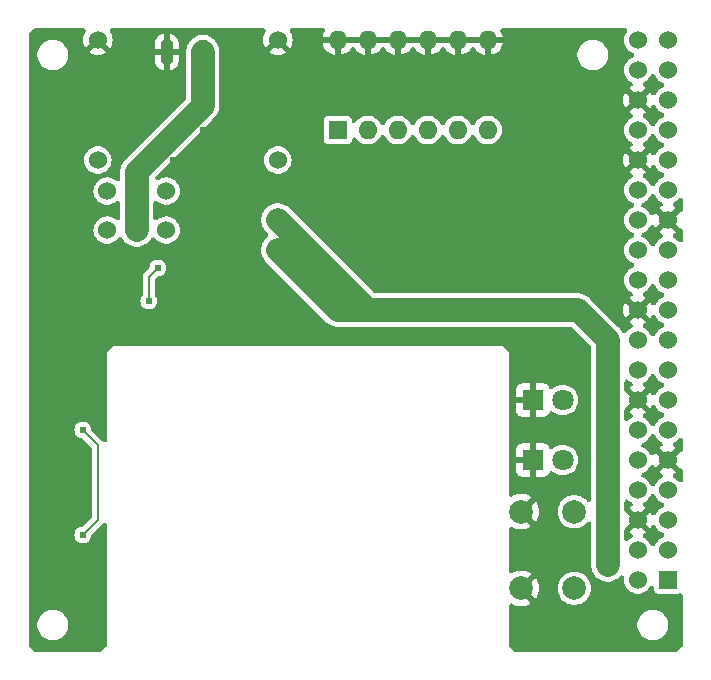
<source format=gbr>
%TF.GenerationSoftware,KiCad,Pcbnew,8.0.3*%
%TF.CreationDate,2024-06-19T13:29:18+09:00*%
%TF.ProjectId,yashica8_ver0.1.2,79617368-6963-4613-985f-766572302e31,rev?*%
%TF.SameCoordinates,Original*%
%TF.FileFunction,Copper,L2,Bot*%
%TF.FilePolarity,Positive*%
%FSLAX46Y46*%
G04 Gerber Fmt 4.6, Leading zero omitted, Abs format (unit mm)*
G04 Created by KiCad (PCBNEW 8.0.3) date 2024-06-19 13:29:18*
%MOMM*%
%LPD*%
G01*
G04 APERTURE LIST*
G04 Aperture macros list*
%AMRoundRect*
0 Rectangle with rounded corners*
0 $1 Rounding radius*
0 $2 $3 $4 $5 $6 $7 $8 $9 X,Y pos of 4 corners*
0 Add a 4 corners polygon primitive as box body*
4,1,4,$2,$3,$4,$5,$6,$7,$8,$9,$2,$3,0*
0 Add four circle primitives for the rounded corners*
1,1,$1+$1,$2,$3*
1,1,$1+$1,$4,$5*
1,1,$1+$1,$6,$7*
1,1,$1+$1,$8,$9*
0 Add four rect primitives between the rounded corners*
20,1,$1+$1,$2,$3,$4,$5,0*
20,1,$1+$1,$4,$5,$6,$7,0*
20,1,$1+$1,$6,$7,$8,$9,0*
20,1,$1+$1,$8,$9,$2,$3,0*%
G04 Aperture macros list end*
%TA.AperFunction,ComponentPad*%
%ADD10R,1.800000X1.800000*%
%TD*%
%TA.AperFunction,ComponentPad*%
%ADD11C,1.800000*%
%TD*%
%TA.AperFunction,ComponentPad*%
%ADD12C,2.000000*%
%TD*%
%TA.AperFunction,ComponentPad*%
%ADD13C,1.524000*%
%TD*%
%TA.AperFunction,ComponentPad*%
%ADD14R,1.524000X1.524000*%
%TD*%
%TA.AperFunction,ComponentPad*%
%ADD15R,1.600000X1.600000*%
%TD*%
%TA.AperFunction,ComponentPad*%
%ADD16O,1.600000X1.600000*%
%TD*%
%TA.AperFunction,SMDPad,CuDef*%
%ADD17RoundRect,0.250000X0.250000X0.750000X-0.250000X0.750000X-0.250000X-0.750000X0.250000X-0.750000X0*%
%TD*%
%TA.AperFunction,ViaPad*%
%ADD18C,0.605000*%
%TD*%
%TA.AperFunction,ViaPad*%
%ADD19C,1.500000*%
%TD*%
%TA.AperFunction,Conductor*%
%ADD20C,2.000000*%
%TD*%
%TA.AperFunction,Conductor*%
%ADD21C,0.200000*%
%TD*%
G04 APERTURE END LIST*
D10*
%TO.P,D2,1,K*%
%TO.N,GND*%
X24780000Y23320000D03*
D11*
%TO.P,D2,2,A*%
%TO.N,Net-(D2-A)*%
X27320000Y23320000D03*
%TD*%
D12*
%TO.P,SW2,1,1*%
%TO.N,GND*%
X23800000Y7370000D03*
X23800000Y13870000D03*
%TO.P,SW2,2,2*%
%TO.N,Net-(J1-GPIO14{slash}TXD)*%
X28300000Y7370000D03*
X28300000Y13870000D03*
%TD*%
D13*
%TO.P,SW3,1,A*%
%TO.N,Net-(U2-IN+)*%
X-11248000Y41008000D03*
%TO.P,SW3,2,B*%
%TO.N,+9V*%
X-8748000Y41008000D03*
%TO.P,SW3,3,C*%
%TO.N,unconnected-(SW3-C-Pad3)*%
X-6248000Y41008000D03*
%TO.P,SW3,4,C*%
%TO.N,Net-(U2-IN+)*%
X-11248000Y37708000D03*
%TO.P,SW3,5,B*%
%TO.N,+9V*%
X-8748000Y37708000D03*
%TO.P,SW3,6*%
%TO.N,N/C*%
X-6248000Y37708000D03*
%TD*%
D14*
%TO.P,J1,1,3V3*%
%TO.N,unconnected-(J1-3V3-Pad1)*%
X36210000Y8080000D03*
D13*
%TO.P,J1,2,5V*%
%TO.N,+5V*%
X33670000Y8080000D03*
%TO.P,J1,3,SDA/GPIO2*%
%TO.N,unconnected-(J1-SDA{slash}GPIO2-Pad3)*%
X36210000Y10620000D03*
%TO.P,J1,4,5V*%
%TO.N,+5V*%
X33670000Y10620000D03*
%TO.P,J1,5,SCL/GPIO3*%
%TO.N,unconnected-(J1-SCL{slash}GPIO3-Pad5)*%
X36210000Y13160000D03*
%TO.P,J1,6,GND*%
%TO.N,GND*%
X33670000Y13160000D03*
%TO.P,J1,7,GCLK0/GPIO4*%
%TO.N,unconnected-(J1-GCLK0{slash}GPIO4-Pad7)*%
X36210000Y15700000D03*
%TO.P,J1,8,GPIO14/TXD*%
%TO.N,Net-(J1-GPIO14{slash}TXD)*%
X33670000Y15700000D03*
%TO.P,J1,9,GND*%
%TO.N,GND*%
X36210000Y18240000D03*
%TO.P,J1,10,GPIO15/RXD*%
%TO.N,Net-(J1-GPIO15{slash}RXD)*%
X33670000Y18240000D03*
%TO.P,J1,11,GPIO17*%
%TO.N,unconnected-(J1-GPIO17-Pad11)*%
X36210000Y20780000D03*
%TO.P,J1,12,GPIO18/PWM0*%
%TO.N,Net-(J1-GPIO18{slash}PWM0)*%
X33670000Y20780000D03*
%TO.P,J1,13,GPIO27*%
%TO.N,unconnected-(J1-GPIO27-Pad13)*%
X36210000Y23320000D03*
%TO.P,J1,14,GND*%
%TO.N,GND*%
X33670000Y23320000D03*
%TO.P,J1,15,GPIO22*%
%TO.N,unconnected-(J1-GPIO22-Pad15)*%
X36210000Y25860000D03*
%TO.P,J1,16,GPIO23*%
%TO.N,unconnected-(J1-GPIO23-Pad16)*%
X33670000Y25860000D03*
%TO.P,J1,17,3V3*%
%TO.N,unconnected-(J1-3V3-Pad17)*%
X36210000Y28400000D03*
%TO.P,J1,18,GPIO24*%
%TO.N,unconnected-(J1-GPIO24-Pad18)*%
X33670000Y28400000D03*
%TO.P,J1,19,MOSI0/GPIO10*%
%TO.N,unconnected-(J1-MOSI0{slash}GPIO10-Pad19)*%
X36210000Y30940000D03*
%TO.P,J1,20,GND*%
%TO.N,GND*%
X33670000Y30940000D03*
%TO.P,J1,21,MISO0/GPIO9*%
%TO.N,unconnected-(J1-MISO0{slash}GPIO9-Pad21)*%
X36210000Y33480000D03*
%TO.P,J1,22,GPIO25*%
%TO.N,Net-(J1-GPIO25)*%
X33670000Y33480000D03*
%TO.P,J1,23,SCLK0/GPIO11*%
%TO.N,unconnected-(J1-SCLK0{slash}GPIO11-Pad23)*%
X36210000Y36020000D03*
%TO.P,J1,24,~{CE0}/GPIO8*%
%TO.N,Net-(J1-~{CE0}{slash}GPIO8)*%
X33670000Y36020000D03*
%TO.P,J1,25,GND*%
%TO.N,GND*%
X36210000Y38560000D03*
%TO.P,J1,26,~{CE1}/GPIO7*%
%TO.N,Net-(J1-~{CE1}{slash}GPIO7)*%
X33670000Y38560000D03*
%TO.P,J1,27,ID_SD/GPIO0*%
%TO.N,unconnected-(J1-ID_SD{slash}GPIO0-Pad27)*%
X36210000Y41100000D03*
%TO.P,J1,28,ID_SC/GPIO1*%
%TO.N,Net-(J1-ID_SC{slash}GPIO1)*%
X33670000Y41100000D03*
%TO.P,J1,29,GCLK1/GPIO5*%
%TO.N,unconnected-(J1-GCLK1{slash}GPIO5-Pad29)*%
X36210000Y43640000D03*
%TO.P,J1,30,GND*%
%TO.N,GND*%
X33670000Y43640000D03*
%TO.P,J1,31,GCLK2/GPIO6*%
%TO.N,unconnected-(J1-GCLK2{slash}GPIO6-Pad31)*%
X36210000Y46180000D03*
%TO.P,J1,32,PWM0/GPIO12*%
%TO.N,Net-(J1-PWM0{slash}GPIO12)*%
X33670000Y46180000D03*
%TO.P,J1,33,PWM1/GPIO13*%
%TO.N,unconnected-(J1-PWM1{slash}GPIO13-Pad33)*%
X36210000Y48720000D03*
%TO.P,J1,34,GND*%
%TO.N,GND*%
X33670000Y48720000D03*
%TO.P,J1,35,GPIO19/MISO1*%
%TO.N,unconnected-(J1-GPIO19{slash}MISO1-Pad35)*%
X36210000Y51260000D03*
%TO.P,J1,36,GPIO16*%
%TO.N,Net-(J1-GPIO16)*%
X33670000Y51260000D03*
%TO.P,J1,37,GPIO26*%
%TO.N,unconnected-(J1-GPIO26-Pad37)*%
X36210000Y53800000D03*
%TO.P,J1,38,GPIO20/MOSI1*%
%TO.N,Net-(J1-GPIO20{slash}MOSI1)*%
X33670000Y53800000D03*
%TD*%
%TO.P,U2,1,IN+*%
%TO.N,Net-(U2-IN+)*%
X-12050000Y43640000D03*
%TO.P,U2,2,IN-*%
%TO.N,GND*%
X-12050000Y53800000D03*
%TO.P,U2,3,OUT+*%
%TO.N,+5V*%
X3190000Y43640000D03*
%TO.P,U2,4,OUT-*%
%TO.N,GND*%
X3190000Y53800000D03*
%TD*%
D10*
%TO.P,D1,1,K*%
%TO.N,GND*%
X24780000Y18240000D03*
D11*
%TO.P,D1,2,A*%
%TO.N,Net-(D1-A)*%
X27320000Y18240000D03*
%TD*%
D15*
%TO.P,SW1,1*%
%TO.N,Net-(J1-~{CE0}{slash}GPIO8)*%
X8270000Y46180000D03*
D16*
%TO.P,SW1,2*%
%TO.N,Net-(J1-~{CE1}{slash}GPIO7)*%
X10810000Y46180000D03*
%TO.P,SW1,3*%
%TO.N,Net-(J1-ID_SC{slash}GPIO1)*%
X13350000Y46180000D03*
%TO.P,SW1,4*%
%TO.N,Net-(J1-PWM0{slash}GPIO12)*%
X15890000Y46180000D03*
%TO.P,SW1,5*%
%TO.N,Net-(J1-GPIO16)*%
X18430000Y46180000D03*
%TO.P,SW1,6*%
%TO.N,Net-(J1-GPIO20{slash}MOSI1)*%
X20970000Y46180000D03*
%TO.P,SW1,7*%
%TO.N,GND*%
X20970000Y53800000D03*
%TO.P,SW1,8*%
X18430000Y53800000D03*
%TO.P,SW1,9*%
X15890000Y53800000D03*
%TO.P,SW1,10*%
X13350000Y53800000D03*
%TO.P,SW1,11*%
X10810000Y53800000D03*
%TO.P,SW1,12*%
X8270000Y53800000D03*
%TD*%
D17*
%TO.P,J2,1,Pin_1*%
%TO.N,+9V*%
X-3160000Y52784000D03*
%TD*%
%TO.P,J3,1,Pin_1*%
%TO.N,GND*%
X-6208000Y52784000D03*
%TD*%
D18*
%TO.N,GND*%
X4460000Y30940000D03*
X19700000Y37290000D03*
X-15860000Y39068000D03*
X-3160000Y46180000D03*
X29860000Y44910000D03*
X-15860000Y43640000D03*
X24780000Y53800000D03*
X7000000Y28400000D03*
X-13320000Y23320000D03*
X19700000Y39830000D03*
X-13320000Y18240000D03*
X-620000Y43640000D03*
X14620000Y48720000D03*
X-13320000Y46180000D03*
X-13320000Y15700000D03*
X-3160000Y41100000D03*
X1920000Y51260000D03*
X19700000Y42370000D03*
X-14590000Y14430000D03*
X23510000Y37290000D03*
X31130000Y34750000D03*
X9540000Y36020000D03*
X7000000Y38560000D03*
X27320000Y42370000D03*
X9540000Y48720000D03*
X4460000Y48720000D03*
X-14590000Y11890000D03*
X27320000Y37290000D03*
X-5700000Y43640000D03*
X-8240000Y46180000D03*
X-620000Y30940000D03*
X23510000Y42370000D03*
X27320000Y51260000D03*
X12080000Y28400000D03*
X14620000Y36020000D03*
X1920000Y46180000D03*
X-3160000Y28400000D03*
X22240000Y28400000D03*
X-5700000Y48720000D03*
X22240000Y51260000D03*
X9540000Y41100000D03*
X31130000Y37290000D03*
X17160000Y51260000D03*
X19700000Y34750000D03*
X-10780000Y48720000D03*
X23510000Y39830000D03*
X7000000Y51260000D03*
X-620000Y48720000D03*
X-14590000Y9350000D03*
X-13320000Y51260000D03*
X17160000Y28400000D03*
X23510000Y34750000D03*
X-13320000Y27638000D03*
X7000000Y43640000D03*
X27320000Y28400000D03*
X32400000Y47450000D03*
X-8240000Y51260000D03*
X31130000Y39830000D03*
X-620000Y39068000D03*
X12080000Y51260000D03*
X31130000Y42370000D03*
X-5954000Y34242000D03*
X27320000Y39830000D03*
X24780000Y48720000D03*
X-13320000Y13160000D03*
X1920000Y28400000D03*
X27320000Y34750000D03*
X12080000Y38560000D03*
X19700000Y48720000D03*
X-620000Y53800000D03*
D19*
%TO.N,+5V*%
X3190000Y36020000D03*
X31130000Y9350000D03*
X31130000Y11890000D03*
X3190000Y38560000D03*
D18*
%TO.N,Net-(U1--)*%
X-7732000Y31702000D03*
X-6970000Y34496000D03*
%TO.N,Net-(U3-A)*%
X-13320000Y20780000D03*
X-13320000Y11890000D03*
%TD*%
D20*
%TO.N,+5V*%
X28590000Y30940000D02*
X31130000Y28400000D01*
X31130000Y28400000D02*
X31130000Y11890000D01*
X3190000Y38560000D02*
X10810000Y30940000D01*
X10810000Y30940000D02*
X28590000Y30940000D01*
X31130000Y11890000D02*
X31130000Y9350000D01*
X3190000Y36020000D02*
X8270000Y30940000D01*
X8270000Y30940000D02*
X10810000Y30940000D01*
D21*
%TO.N,Net-(U1--)*%
X-6970000Y34496000D02*
X-7732000Y33734000D01*
X-7732000Y33734000D02*
X-7732000Y31702000D01*
%TO.N,Net-(U3-A)*%
X-13320000Y20780000D02*
X-12050000Y19510000D01*
X-12050000Y19510000D02*
X-12050000Y13160000D01*
X-12050000Y13160000D02*
X-13320000Y11890000D01*
D20*
%TO.N,+9V*%
X-8748000Y41008000D02*
X-8748000Y37708000D01*
X-3160000Y48237540D02*
X-8748000Y42649540D01*
X-3160000Y52784000D02*
X-3160000Y48237540D01*
X-8748000Y42649540D02*
X-8748000Y41008000D01*
%TD*%
%TA.AperFunction,Conductor*%
%TO.N,GND*%
G36*
X-13175139Y54796293D02*
G01*
X-13105898Y54741074D01*
X-13067471Y54661282D01*
X-13067471Y54572718D01*
X-13098471Y54502858D01*
X-13147098Y54433413D01*
X-13147100Y54433409D01*
X-13240420Y54233283D01*
X-13240422Y54233280D01*
X-13297574Y54019988D01*
X-13297575Y54019984D01*
X-13316821Y53800000D01*
X-13297575Y53580017D01*
X-13297574Y53580013D01*
X-13240423Y53366724D01*
X-13147100Y53166591D01*
X-13101742Y53101813D01*
X-13101742Y53101812D01*
X-12431000Y53772554D01*
X-12431000Y53749840D01*
X-12405036Y53652939D01*
X-12354876Y53566060D01*
X-12283940Y53495124D01*
X-12197061Y53444964D01*
X-12100160Y53419000D01*
X-12077447Y53419000D01*
X-12748189Y52748260D01*
X-12748189Y52748259D01*
X-12683414Y52702903D01*
X-12683411Y52702901D01*
X-12483279Y52609579D01*
X-12269988Y52552427D01*
X-12269984Y52552426D01*
X-12050000Y52533180D01*
X-11830017Y52552426D01*
X-11830013Y52552427D01*
X-11616724Y52609578D01*
X-11416591Y52702901D01*
X-11416589Y52702903D01*
X-11351812Y52748260D01*
X-12022552Y53419000D01*
X-11999840Y53419000D01*
X-11902939Y53444964D01*
X-11816060Y53495124D01*
X-11745124Y53566060D01*
X-11694964Y53652939D01*
X-11669000Y53749840D01*
X-11669000Y53772553D01*
X-10998260Y53101813D01*
X-10952903Y53166589D01*
X-10952901Y53166591D01*
X-10859578Y53366724D01*
X-10802427Y53580013D01*
X-10802426Y53580017D01*
X-10802080Y53583971D01*
X-7208000Y53583971D01*
X-7208000Y53034000D01*
X-6458000Y53034000D01*
X-5958000Y53034000D01*
X-5208001Y53034000D01*
X-5208001Y53583978D01*
X-5208002Y53583984D01*
X-5218494Y53686696D01*
X-5218494Y53686697D01*
X-5273642Y53853121D01*
X-5365683Y54002343D01*
X-5365686Y54002347D01*
X-5489654Y54126315D01*
X-5489658Y54126318D01*
X-5638879Y54218358D01*
X-5805300Y54273505D01*
X-5908030Y54284000D01*
X-5958000Y54284000D01*
X-5958000Y53034000D01*
X-6458000Y53034000D01*
X-6458000Y54284001D01*
X-6507966Y54284000D01*
X-6507978Y54283999D01*
X-6610696Y54273507D01*
X-6610697Y54273507D01*
X-6777121Y54218359D01*
X-6926343Y54126318D01*
X-6926347Y54126315D01*
X-7050315Y54002347D01*
X-7050318Y54002343D01*
X-7142358Y53853122D01*
X-7197505Y53686701D01*
X-7208000Y53583971D01*
X-10802080Y53583971D01*
X-10783180Y53800000D01*
X-10802426Y54019984D01*
X-10802427Y54019988D01*
X-10859579Y54233280D01*
X-10859581Y54233283D01*
X-10952901Y54433409D01*
X-10952903Y54433413D01*
X-11001529Y54502858D01*
X-11034910Y54584890D01*
X-11029393Y54673281D01*
X-10986071Y54750525D01*
X-10913524Y54801323D01*
X-10838518Y54816000D01*
X1978518Y54816000D01*
X2064861Y54796293D01*
X2134102Y54741074D01*
X2172529Y54661282D01*
X2172529Y54572718D01*
X2141529Y54502858D01*
X2092902Y54433413D01*
X2092900Y54433409D01*
X1999580Y54233283D01*
X1999578Y54233280D01*
X1942426Y54019988D01*
X1942425Y54019984D01*
X1923179Y53800000D01*
X1942425Y53580017D01*
X1942426Y53580013D01*
X1999577Y53366724D01*
X2092900Y53166591D01*
X2138258Y53101813D01*
X2138258Y53101812D01*
X2809000Y53772554D01*
X2809000Y53749840D01*
X2834964Y53652939D01*
X2885124Y53566060D01*
X2956060Y53495124D01*
X3042939Y53444964D01*
X3139840Y53419000D01*
X3162553Y53419000D01*
X2491811Y52748260D01*
X2491811Y52748259D01*
X2556586Y52702903D01*
X2556589Y52702901D01*
X2756721Y52609579D01*
X2970012Y52552427D01*
X2970016Y52552426D01*
X3190000Y52533180D01*
X3409983Y52552426D01*
X3409987Y52552427D01*
X3623276Y52609578D01*
X3823409Y52702901D01*
X3823411Y52702903D01*
X3888188Y52748260D01*
X3217448Y53419000D01*
X3240160Y53419000D01*
X3337061Y53444964D01*
X3423940Y53495124D01*
X3494876Y53566060D01*
X3545036Y53652939D01*
X3571000Y53749840D01*
X3571000Y53772553D01*
X4241740Y53101813D01*
X4287097Y53166589D01*
X4287099Y53166591D01*
X4380422Y53366724D01*
X4437573Y53580013D01*
X4437574Y53580017D01*
X4456820Y53800000D01*
X4437574Y54019984D01*
X4437573Y54019988D01*
X4380421Y54233280D01*
X4380419Y54233283D01*
X4287099Y54433409D01*
X4287097Y54433413D01*
X4238471Y54502858D01*
X4205090Y54584890D01*
X4210607Y54673281D01*
X4253929Y54750525D01*
X4326476Y54801323D01*
X4401482Y54816000D01*
X7012127Y54816000D01*
X7098470Y54796293D01*
X7167711Y54741074D01*
X7206138Y54661282D01*
X7206138Y54572718D01*
X7175139Y54502859D01*
X7139866Y54452485D01*
X7139865Y54452484D01*
X7043731Y54246322D01*
X6991127Y54050001D01*
X6991128Y54050000D01*
X7954314Y54050000D01*
X7949920Y54045606D01*
X7897259Y53954394D01*
X7870000Y53852661D01*
X7870000Y53747339D01*
X7897259Y53645606D01*
X7949920Y53554394D01*
X7954314Y53550000D01*
X6991127Y53550000D01*
X7043731Y53353679D01*
X7139865Y53147517D01*
X7139867Y53147514D01*
X7270339Y52961182D01*
X7431181Y52800340D01*
X7617513Y52669868D01*
X7617516Y52669866D01*
X7823679Y52573732D01*
X7823678Y52573732D01*
X8019999Y52521128D01*
X8020000Y52521128D01*
X8020000Y53484314D01*
X8024394Y53479920D01*
X8115606Y53427259D01*
X8217339Y53400000D01*
X8322661Y53400000D01*
X8424394Y53427259D01*
X8515606Y53479920D01*
X8520000Y53484314D01*
X8520000Y52521128D01*
X8716321Y52573732D01*
X8922483Y52669866D01*
X8922486Y52669868D01*
X9108818Y52800340D01*
X9269660Y52961182D01*
X9376989Y53114462D01*
X9442656Y53173886D01*
X9527604Y53198934D01*
X9615007Y53184643D01*
X9687553Y53133845D01*
X9703011Y53114462D01*
X9810339Y52961182D01*
X9971181Y52800340D01*
X10157513Y52669868D01*
X10157516Y52669866D01*
X10363679Y52573732D01*
X10363678Y52573732D01*
X10559999Y52521128D01*
X10560000Y52521128D01*
X10560000Y53484314D01*
X10564394Y53479920D01*
X10655606Y53427259D01*
X10757339Y53400000D01*
X10862661Y53400000D01*
X10964394Y53427259D01*
X11055606Y53479920D01*
X11060000Y53484314D01*
X11060000Y52521128D01*
X11256321Y52573732D01*
X11462483Y52669866D01*
X11462486Y52669868D01*
X11648818Y52800340D01*
X11809660Y52961182D01*
X11916989Y53114462D01*
X11982656Y53173886D01*
X12067604Y53198934D01*
X12155007Y53184643D01*
X12227553Y53133845D01*
X12243011Y53114462D01*
X12350339Y52961182D01*
X12511181Y52800340D01*
X12697513Y52669868D01*
X12697516Y52669866D01*
X12903679Y52573732D01*
X12903678Y52573732D01*
X13099999Y52521128D01*
X13100000Y52521128D01*
X13100000Y53484314D01*
X13104394Y53479920D01*
X13195606Y53427259D01*
X13297339Y53400000D01*
X13402661Y53400000D01*
X13504394Y53427259D01*
X13595606Y53479920D01*
X13600000Y53484314D01*
X13600000Y52521128D01*
X13796321Y52573732D01*
X14002483Y52669866D01*
X14002486Y52669868D01*
X14188818Y52800340D01*
X14349660Y52961182D01*
X14456989Y53114462D01*
X14522656Y53173886D01*
X14607604Y53198934D01*
X14695007Y53184643D01*
X14767553Y53133845D01*
X14783011Y53114462D01*
X14890339Y52961182D01*
X15051181Y52800340D01*
X15237513Y52669868D01*
X15237516Y52669866D01*
X15443679Y52573732D01*
X15443678Y52573732D01*
X15639999Y52521128D01*
X15640000Y52521128D01*
X15640000Y53484314D01*
X15644394Y53479920D01*
X15735606Y53427259D01*
X15837339Y53400000D01*
X15942661Y53400000D01*
X16044394Y53427259D01*
X16135606Y53479920D01*
X16140000Y53484314D01*
X16140000Y52521128D01*
X16336321Y52573732D01*
X16542483Y52669866D01*
X16542486Y52669868D01*
X16728818Y52800340D01*
X16889660Y52961182D01*
X16996989Y53114462D01*
X17062656Y53173886D01*
X17147604Y53198934D01*
X17235007Y53184643D01*
X17307553Y53133845D01*
X17323011Y53114462D01*
X17430339Y52961182D01*
X17591181Y52800340D01*
X17777513Y52669868D01*
X17777516Y52669866D01*
X17983679Y52573732D01*
X17983678Y52573732D01*
X18180000Y52521128D01*
X18180000Y53484314D01*
X18184394Y53479920D01*
X18275606Y53427259D01*
X18377339Y53400000D01*
X18482661Y53400000D01*
X18584394Y53427259D01*
X18675606Y53479920D01*
X18680000Y53484314D01*
X18680000Y52521128D01*
X18876321Y52573732D01*
X19082483Y52669866D01*
X19082486Y52669868D01*
X19268818Y52800340D01*
X19429660Y52961182D01*
X19536989Y53114462D01*
X19602656Y53173886D01*
X19687604Y53198934D01*
X19775007Y53184643D01*
X19847553Y53133845D01*
X19863011Y53114462D01*
X19970339Y52961182D01*
X20131181Y52800340D01*
X20317513Y52669868D01*
X20317516Y52669866D01*
X20523679Y52573732D01*
X20523678Y52573732D01*
X20720000Y52521128D01*
X20720000Y53484314D01*
X20724394Y53479920D01*
X20815606Y53427259D01*
X20917339Y53400000D01*
X21022661Y53400000D01*
X21124394Y53427259D01*
X21215606Y53479920D01*
X21220000Y53484314D01*
X21220000Y52521128D01*
X21416321Y52573732D01*
X21542033Y52632352D01*
X28559500Y52632352D01*
X28559500Y52427648D01*
X28572679Y52344438D01*
X28591522Y52225471D01*
X28591523Y52225464D01*
X28654777Y52030788D01*
X28654785Y52030769D01*
X28747706Y51848401D01*
X28747712Y51848391D01*
X28747713Y51848390D01*
X28868034Y51682781D01*
X29012781Y51538034D01*
X29100196Y51474524D01*
X29178390Y51417713D01*
X29178400Y51417707D01*
X29360768Y51324786D01*
X29360775Y51324784D01*
X29360781Y51324780D01*
X29555466Y51261523D01*
X29757648Y51229500D01*
X29757649Y51229500D01*
X29962351Y51229500D01*
X29962352Y51229500D01*
X30164534Y51261523D01*
X30359219Y51324780D01*
X30359231Y51324786D01*
X30541599Y51417707D01*
X30541603Y51417710D01*
X30541610Y51417713D01*
X30707219Y51538034D01*
X30851966Y51682781D01*
X30972287Y51848390D01*
X30985642Y51874599D01*
X31065214Y52030769D01*
X31065214Y52030771D01*
X31065220Y52030781D01*
X31128477Y52225466D01*
X31160500Y52427648D01*
X31160500Y52632352D01*
X31128477Y52834534D01*
X31065220Y53029219D01*
X31065216Y53029225D01*
X31065214Y53029232D01*
X30972293Y53211600D01*
X30972287Y53211610D01*
X30892371Y53321606D01*
X30851966Y53377219D01*
X30707219Y53521966D01*
X30541610Y53642287D01*
X30541611Y53642287D01*
X30541609Y53642288D01*
X30541599Y53642294D01*
X30359231Y53735215D01*
X30359212Y53735223D01*
X30164536Y53798477D01*
X30164529Y53798478D01*
X30049735Y53816660D01*
X29962352Y53830500D01*
X29757648Y53830500D01*
X29696635Y53820837D01*
X29555470Y53798478D01*
X29555463Y53798477D01*
X29360787Y53735223D01*
X29360768Y53735215D01*
X29178400Y53642294D01*
X29178390Y53642288D01*
X29012783Y53521968D01*
X29012779Y53521965D01*
X28868035Y53377221D01*
X28868032Y53377217D01*
X28747712Y53211610D01*
X28747706Y53211600D01*
X28654785Y53029232D01*
X28654777Y53029213D01*
X28591523Y52834537D01*
X28591523Y52834534D01*
X28559500Y52632352D01*
X21542033Y52632352D01*
X21622483Y52669866D01*
X21622486Y52669868D01*
X21808818Y52800340D01*
X21969660Y52961182D01*
X22100132Y53147514D01*
X22100134Y53147517D01*
X22196268Y53353679D01*
X22248872Y53550000D01*
X21285686Y53550000D01*
X21290080Y53554394D01*
X21342741Y53645606D01*
X21370000Y53747339D01*
X21370000Y53852661D01*
X21342741Y53954394D01*
X21290080Y54045606D01*
X21285686Y54050000D01*
X22248872Y54050000D01*
X22248872Y54050001D01*
X22196268Y54246322D01*
X22100134Y54452484D01*
X22100133Y54452485D01*
X22064861Y54502859D01*
X22031481Y54584891D01*
X22036998Y54673282D01*
X22080320Y54750526D01*
X22152867Y54801323D01*
X22227873Y54816000D01*
X32580866Y54816000D01*
X32667209Y54796293D01*
X32736450Y54741074D01*
X32774877Y54661282D01*
X32774877Y54572718D01*
X32739671Y54497075D01*
X32677388Y54414601D01*
X32581356Y54221742D01*
X32522399Y54014524D01*
X32522398Y54014521D01*
X32502520Y53800001D01*
X32502520Y53800000D01*
X32522398Y53585480D01*
X32522398Y53585478D01*
X32522399Y53585476D01*
X32527923Y53566060D01*
X32581356Y53378259D01*
X32677388Y53185399D01*
X32807222Y53013473D01*
X32864583Y52961182D01*
X32966436Y52868331D01*
X32966438Y52868330D01*
X32966439Y52868329D01*
X33149602Y52754919D01*
X33149601Y52754919D01*
X33149605Y52754918D01*
X33149609Y52754915D01*
X33251191Y52715562D01*
X33324584Y52665994D01*
X33369202Y52589491D01*
X33376209Y52501205D01*
X33344215Y52418623D01*
X33279559Y52358100D01*
X33251191Y52344439D01*
X33149609Y52305085D01*
X33149607Y52305085D01*
X33149602Y52305082D01*
X32966439Y52191672D01*
X32966434Y52191668D01*
X32807222Y52046528D01*
X32677388Y51874602D01*
X32581356Y51681742D01*
X32522399Y51474524D01*
X32522398Y51474521D01*
X32502520Y51260001D01*
X32502520Y51260000D01*
X32522398Y51045480D01*
X32522399Y51045477D01*
X32581356Y50838259D01*
X32677388Y50645399D01*
X32807222Y50473473D01*
X32866991Y50418987D01*
X32966436Y50328331D01*
X32966438Y50328330D01*
X32966439Y50328329D01*
X33154398Y50211949D01*
X33217434Y50149740D01*
X33247235Y50066341D01*
X33237900Y49978271D01*
X33191278Y49902973D01*
X33133739Y49862401D01*
X33036595Y49817103D01*
X32971811Y49771743D01*
X32971811Y49771742D01*
X33642553Y49101000D01*
X33619840Y49101000D01*
X33522939Y49075036D01*
X33436060Y49024876D01*
X33365124Y48953940D01*
X33314964Y48867061D01*
X33289000Y48770160D01*
X33289000Y48747447D01*
X32618258Y49418189D01*
X32618257Y49418189D01*
X32572898Y49353406D01*
X32479580Y49153284D01*
X32479578Y49153280D01*
X32422426Y48939988D01*
X32422425Y48939984D01*
X32403179Y48720000D01*
X32422425Y48500017D01*
X32422426Y48500013D01*
X32479577Y48286724D01*
X32572900Y48086591D01*
X32618258Y48021813D01*
X32618259Y48021812D01*
X33289000Y48692553D01*
X33289000Y48669840D01*
X33314964Y48572939D01*
X33365124Y48486060D01*
X33436060Y48415124D01*
X33522939Y48364964D01*
X33619840Y48339000D01*
X33642553Y48339000D01*
X32971811Y47668260D01*
X32971811Y47668259D01*
X33036585Y47622904D01*
X33133738Y47577601D01*
X33203663Y47523250D01*
X33243081Y47443943D01*
X33244186Y47355386D01*
X33206758Y47275120D01*
X33154399Y47228052D01*
X32966435Y47111669D01*
X32966434Y47111668D01*
X32807222Y46966528D01*
X32677388Y46794602D01*
X32581356Y46601742D01*
X32522399Y46394524D01*
X32522398Y46394521D01*
X32502520Y46180001D01*
X32502520Y46180000D01*
X32522398Y45965480D01*
X32522399Y45965477D01*
X32581356Y45758259D01*
X32677388Y45565399D01*
X32807222Y45393473D01*
X32866991Y45338987D01*
X32966436Y45248331D01*
X32966438Y45248330D01*
X32966439Y45248329D01*
X33154398Y45131949D01*
X33217434Y45069740D01*
X33247235Y44986341D01*
X33237900Y44898271D01*
X33191278Y44822973D01*
X33133739Y44782401D01*
X33036595Y44737103D01*
X32971811Y44691743D01*
X32971811Y44691742D01*
X33642553Y44021000D01*
X33619840Y44021000D01*
X33522939Y43995036D01*
X33436060Y43944876D01*
X33365124Y43873940D01*
X33314964Y43787061D01*
X33289000Y43690160D01*
X33289000Y43667447D01*
X32618258Y44338189D01*
X32618257Y44338189D01*
X32572898Y44273406D01*
X32479580Y44073284D01*
X32479578Y44073280D01*
X32422426Y43859988D01*
X32422425Y43859984D01*
X32403179Y43640000D01*
X32422425Y43420017D01*
X32422426Y43420013D01*
X32479577Y43206724D01*
X32572900Y43006591D01*
X32618258Y42941813D01*
X32618259Y42941812D01*
X33289000Y43612553D01*
X33289000Y43589840D01*
X33314964Y43492939D01*
X33365124Y43406060D01*
X33436060Y43335124D01*
X33522939Y43284964D01*
X33619840Y43259000D01*
X33642553Y43259000D01*
X32971811Y42588260D01*
X32971811Y42588259D01*
X33036585Y42542904D01*
X33133738Y42497601D01*
X33203663Y42443250D01*
X33243081Y42363943D01*
X33244186Y42275386D01*
X33206758Y42195120D01*
X33154399Y42148052D01*
X32966435Y42031669D01*
X32966434Y42031668D01*
X32807222Y41886528D01*
X32677388Y41714602D01*
X32581356Y41521742D01*
X32522399Y41314524D01*
X32522398Y41314521D01*
X32502520Y41100001D01*
X32502520Y41100000D01*
X32522398Y40885480D01*
X32522399Y40885477D01*
X32581356Y40678259D01*
X32677388Y40485399D01*
X32807222Y40313473D01*
X32866991Y40258987D01*
X32966436Y40168331D01*
X32966438Y40168330D01*
X32966439Y40168329D01*
X33149602Y40054919D01*
X33149601Y40054919D01*
X33149605Y40054918D01*
X33149609Y40054915D01*
X33251191Y40015562D01*
X33324584Y39965994D01*
X33369202Y39889491D01*
X33376209Y39801205D01*
X33344215Y39718623D01*
X33279559Y39658100D01*
X33251191Y39644439D01*
X33149609Y39605085D01*
X33149607Y39605085D01*
X33149602Y39605082D01*
X32966439Y39491672D01*
X32966434Y39491668D01*
X32807222Y39346528D01*
X32677388Y39174602D01*
X32581356Y38981742D01*
X32522399Y38774524D01*
X32522398Y38774521D01*
X32502520Y38560001D01*
X32502520Y38560000D01*
X32522398Y38345480D01*
X32522399Y38345477D01*
X32581356Y38138259D01*
X32677388Y37945399D01*
X32807222Y37773473D01*
X32942519Y37650134D01*
X32966436Y37628331D01*
X32966438Y37628330D01*
X32966439Y37628329D01*
X33149602Y37514919D01*
X33149601Y37514919D01*
X33149605Y37514918D01*
X33149609Y37514915D01*
X33251191Y37475562D01*
X33324584Y37425994D01*
X33369202Y37349491D01*
X33376209Y37261205D01*
X33344215Y37178623D01*
X33279559Y37118100D01*
X33251191Y37104439D01*
X33149609Y37065085D01*
X33149607Y37065085D01*
X33149602Y37065082D01*
X32966439Y36951672D01*
X32966434Y36951668D01*
X32807222Y36806528D01*
X32677388Y36634602D01*
X32581356Y36441742D01*
X32522399Y36234524D01*
X32522398Y36234521D01*
X32502520Y36020001D01*
X32502520Y36020000D01*
X32522398Y35805480D01*
X32522399Y35805477D01*
X32581356Y35598259D01*
X32677388Y35405399D01*
X32807222Y35233473D01*
X32942519Y35110134D01*
X32966436Y35088331D01*
X32966438Y35088330D01*
X32966439Y35088329D01*
X33149602Y34974919D01*
X33149601Y34974919D01*
X33149605Y34974918D01*
X33149609Y34974915D01*
X33251191Y34935562D01*
X33324584Y34885994D01*
X33369202Y34809491D01*
X33376209Y34721205D01*
X33344215Y34638623D01*
X33279559Y34578100D01*
X33251191Y34564439D01*
X33149609Y34525085D01*
X33149607Y34525085D01*
X33149602Y34525082D01*
X32966439Y34411672D01*
X32966434Y34411668D01*
X32807222Y34266528D01*
X32677388Y34094602D01*
X32581356Y33901742D01*
X32522399Y33694524D01*
X32522398Y33694521D01*
X32502520Y33480001D01*
X32502520Y33480000D01*
X32522398Y33265480D01*
X32522399Y33265477D01*
X32581356Y33058259D01*
X32677388Y32865399D01*
X32807222Y32693473D01*
X32866991Y32638987D01*
X32966436Y32548331D01*
X32966438Y32548330D01*
X32966439Y32548329D01*
X33154398Y32431949D01*
X33217434Y32369740D01*
X33247235Y32286341D01*
X33237900Y32198271D01*
X33191278Y32122973D01*
X33133739Y32082401D01*
X33036595Y32037103D01*
X32971811Y31991743D01*
X32971811Y31991742D01*
X33642553Y31321000D01*
X33619840Y31321000D01*
X33522939Y31295036D01*
X33436060Y31244876D01*
X33365124Y31173940D01*
X33314964Y31087061D01*
X33289000Y30990160D01*
X33289000Y30967447D01*
X32618258Y31638189D01*
X32618257Y31638189D01*
X32572898Y31573406D01*
X32479580Y31373284D01*
X32479578Y31373280D01*
X32422426Y31159988D01*
X32422425Y31159984D01*
X32403179Y30940000D01*
X32422425Y30720017D01*
X32422426Y30720013D01*
X32479577Y30506724D01*
X32572900Y30306591D01*
X32618258Y30241813D01*
X32618259Y30241812D01*
X33289000Y30912553D01*
X33289000Y30889840D01*
X33314964Y30792939D01*
X33365124Y30706060D01*
X33436060Y30635124D01*
X33522939Y30584964D01*
X33619840Y30559000D01*
X33642553Y30559000D01*
X32971811Y29888260D01*
X32971811Y29888259D01*
X33036585Y29842904D01*
X33133738Y29797601D01*
X33203663Y29743250D01*
X33243081Y29663943D01*
X33244186Y29575386D01*
X33206758Y29495120D01*
X33154399Y29448052D01*
X32966435Y29331669D01*
X32966434Y29331668D01*
X32807222Y29186528D01*
X32696686Y29040155D01*
X32628926Y28983128D01*
X32543133Y28961149D01*
X32456300Y28978571D01*
X32385625Y29031943D01*
X32360574Y29069730D01*
X32327815Y29134022D01*
X32198242Y29312365D01*
X32042365Y29468242D01*
X32037378Y29473229D01*
X32037363Y29473243D01*
X29665201Y31845405D01*
X29665192Y31845415D01*
X29638935Y31871672D01*
X29502365Y32008242D01*
X29324022Y32137815D01*
X29127612Y32237892D01*
X29127607Y32237895D01*
X29074152Y32255263D01*
X28917951Y32306015D01*
X28917945Y32306016D01*
X28917946Y32306016D01*
X28700227Y32340501D01*
X28700222Y32340501D01*
X28479778Y32340501D01*
X28471569Y32340501D01*
X28471545Y32340500D01*
X11472535Y32340500D01*
X11386192Y32360207D01*
X11331821Y32398786D01*
X4102367Y39628240D01*
X3944450Y39742973D01*
X3924022Y39757815D01*
X3727612Y39857892D01*
X3727607Y39857895D01*
X3643910Y39885089D01*
X3517951Y39926015D01*
X3517945Y39926016D01*
X3517946Y39926016D01*
X3300227Y39960501D01*
X3300222Y39960501D01*
X3079778Y39960501D01*
X3079772Y39960501D01*
X2862053Y39926016D01*
X2862050Y39926016D01*
X2862049Y39926015D01*
X2801498Y39906341D01*
X2652392Y39857895D01*
X2652387Y39857892D01*
X2455976Y39757814D01*
X2277632Y39628240D01*
X2121760Y39472368D01*
X1992186Y39294024D01*
X1892108Y39097613D01*
X1892105Y39097608D01*
X1854459Y38981742D01*
X1832304Y38913553D01*
X1823984Y38887947D01*
X1789499Y38670228D01*
X1789499Y38449773D01*
X1820330Y38255124D01*
X1823985Y38232049D01*
X1854401Y38138437D01*
X1892105Y38022393D01*
X1892108Y38022388D01*
X1992185Y37825978D01*
X2030332Y37773473D01*
X2121760Y37647633D01*
X2346593Y37422800D01*
X2393712Y37347812D01*
X2403628Y37259805D01*
X2374377Y37176212D01*
X2322849Y37121092D01*
X2277634Y37088242D01*
X2121760Y36932368D01*
X1992186Y36754024D01*
X1892108Y36557613D01*
X1892105Y36557608D01*
X1876697Y36510185D01*
X1831165Y36370047D01*
X1823984Y36347947D01*
X1789499Y36130228D01*
X1789499Y35909773D01*
X1806019Y35805477D01*
X1823985Y35692049D01*
X1852359Y35604723D01*
X1892105Y35482393D01*
X1892108Y35482388D01*
X1992185Y35285978D01*
X2030332Y35233473D01*
X2121760Y35107633D01*
X7196757Y30032637D01*
X7196764Y30032629D01*
X7201758Y30027635D01*
X7357635Y29871758D01*
X7535978Y29742185D01*
X7732394Y29642105D01*
X7732399Y29642104D01*
X7732400Y29642103D01*
X7868687Y29597821D01*
X7868699Y29597818D01*
X7868707Y29597815D01*
X7942049Y29573985D01*
X8159778Y29539499D01*
X8159784Y29539499D01*
X8388431Y29539499D01*
X8388455Y29539500D01*
X10699778Y29539500D01*
X27927466Y29539500D01*
X28013809Y29519793D01*
X28068180Y29481214D01*
X29671214Y27878180D01*
X29718333Y27803192D01*
X29729500Y27737466D01*
X29729500Y14894968D01*
X29709793Y14808625D01*
X29654574Y14739384D01*
X29574782Y14700957D01*
X29486218Y14700957D01*
X29406426Y14739384D01*
X29384091Y14760189D01*
X29251783Y14903914D01*
X29251782Y14903915D01*
X29068628Y15046469D01*
X29068629Y15046469D01*
X28864507Y15156935D01*
X28787201Y15183474D01*
X28644981Y15232298D01*
X28548685Y15248367D01*
X28416052Y15270500D01*
X28416049Y15270500D01*
X28183951Y15270500D01*
X28183947Y15270500D01*
X28000805Y15239939D01*
X27955019Y15232298D01*
X27886965Y15208935D01*
X27735492Y15156935D01*
X27531370Y15046469D01*
X27348217Y14903915D01*
X27348216Y14903914D01*
X27191023Y14733156D01*
X27064075Y14538848D01*
X27064073Y14538846D01*
X26970843Y14326303D01*
X26913864Y14101298D01*
X26894700Y13870004D01*
X26894700Y13869997D01*
X26913864Y13638703D01*
X26970843Y13413698D01*
X27064073Y13201155D01*
X27064075Y13201153D01*
X27064076Y13201151D01*
X27191021Y13006847D01*
X27275376Y12915213D01*
X27348216Y12836087D01*
X27348217Y12836086D01*
X27531371Y12693532D01*
X27531370Y12693532D01*
X27735492Y12583066D01*
X27735495Y12583065D01*
X27735497Y12583064D01*
X27955019Y12507702D01*
X28183951Y12469500D01*
X28183953Y12469500D01*
X28416047Y12469500D01*
X28416049Y12469500D01*
X28644981Y12507702D01*
X28864503Y12583064D01*
X28885545Y12594451D01*
X28949620Y12629127D01*
X29068626Y12693530D01*
X29079698Y12702147D01*
X29213702Y12806447D01*
X29251784Y12836087D01*
X29384091Y12979813D01*
X29457068Y13029989D01*
X29544589Y13043534D01*
X29629320Y13017763D01*
X29694478Y12957781D01*
X29727159Y12875468D01*
X29729500Y12845033D01*
X29729500Y9239779D01*
X29763984Y9022051D01*
X29763987Y9022040D01*
X29832102Y8812401D01*
X29832104Y8812396D01*
X29832105Y8812394D01*
X29932185Y8615978D01*
X30061758Y8437635D01*
X30217635Y8281758D01*
X30395978Y8152185D01*
X30592394Y8052105D01*
X30592399Y8052104D01*
X30592400Y8052103D01*
X30802039Y7983988D01*
X30802043Y7983987D01*
X30802049Y7983985D01*
X31019778Y7949500D01*
X31240222Y7949500D01*
X31457951Y7983985D01*
X31667606Y8052105D01*
X31864022Y8152185D01*
X32042365Y8281758D01*
X32180405Y8419799D01*
X32255389Y8466914D01*
X32343395Y8476830D01*
X32426989Y8447579D01*
X32489613Y8384956D01*
X32518864Y8301363D01*
X32519266Y8260720D01*
X32502520Y8080003D01*
X32502520Y8080000D01*
X32522398Y7865480D01*
X32522398Y7865478D01*
X32522399Y7865476D01*
X32538152Y7810110D01*
X32581356Y7658259D01*
X32677388Y7465399D01*
X32807222Y7293473D01*
X32917769Y7192697D01*
X32966436Y7148331D01*
X32966438Y7148330D01*
X32966439Y7148329D01*
X33149602Y7034919D01*
X33149601Y7034919D01*
X33149605Y7034918D01*
X33149609Y7034915D01*
X33350504Y6957088D01*
X33562279Y6917500D01*
X33562281Y6917500D01*
X33777719Y6917500D01*
X33777721Y6917500D01*
X33989496Y6957088D01*
X34190391Y7034915D01*
X34190396Y7034919D01*
X34190398Y7034919D01*
X34358014Y7138703D01*
X34373564Y7148331D01*
X34532778Y7293474D01*
X34662612Y7465401D01*
X34670360Y7480961D01*
X34726485Y7549470D01*
X34806777Y7586842D01*
X34895332Y7585676D01*
X34974612Y7546202D01*
X35028914Y7476240D01*
X35047500Y7392267D01*
X35047500Y7286483D01*
X35062354Y7192697D01*
X35062354Y7192695D01*
X35119951Y7079656D01*
X35209657Y6989950D01*
X35274151Y6957089D01*
X35322696Y6932354D01*
X35416481Y6917500D01*
X37003518Y6917501D01*
X37097304Y6932354D01*
X37190655Y6979920D01*
X37276534Y7001559D01*
X37363298Y6983794D01*
X37433761Y6930144D01*
X37473968Y6851233D01*
X37480000Y6802609D01*
X37480000Y2574428D01*
X37460293Y2488085D01*
X37421714Y2433714D01*
X37030286Y2042286D01*
X36955298Y1995167D01*
X36889572Y1984000D01*
X23338428Y1984000D01*
X23252085Y2003707D01*
X23197714Y2042286D01*
X22806286Y2433714D01*
X22759167Y2508702D01*
X22748000Y2574428D01*
X22748000Y4372351D01*
X33639500Y4372351D01*
X33639500Y4167650D01*
X33671522Y3965471D01*
X33671523Y3965464D01*
X33734777Y3770788D01*
X33734785Y3770769D01*
X33827706Y3588401D01*
X33827712Y3588391D01*
X33827713Y3588390D01*
X33948034Y3422781D01*
X34092781Y3278034D01*
X34258390Y3157713D01*
X34258400Y3157707D01*
X34440768Y3064786D01*
X34440775Y3064784D01*
X34440781Y3064780D01*
X34635466Y3001523D01*
X34837648Y2969500D01*
X34837649Y2969500D01*
X35042351Y2969500D01*
X35042352Y2969500D01*
X35244534Y3001523D01*
X35439219Y3064780D01*
X35439231Y3064786D01*
X35621599Y3157707D01*
X35621603Y3157710D01*
X35621610Y3157713D01*
X35787219Y3278034D01*
X35931966Y3422781D01*
X36052287Y3588390D01*
X36145220Y3770781D01*
X36208477Y3965466D01*
X36240500Y4167648D01*
X36240500Y4372352D01*
X36208477Y4574534D01*
X36145220Y4769219D01*
X36145216Y4769225D01*
X36145214Y4769232D01*
X36052293Y4951600D01*
X36052287Y4951610D01*
X35931967Y5117217D01*
X35931966Y5117219D01*
X35787219Y5261966D01*
X35621610Y5382287D01*
X35621611Y5382287D01*
X35621609Y5382288D01*
X35621599Y5382294D01*
X35439231Y5475215D01*
X35439212Y5475223D01*
X35244536Y5538477D01*
X35244529Y5538478D01*
X35129735Y5556660D01*
X35042352Y5570500D01*
X34837648Y5570500D01*
X34776635Y5560837D01*
X34635470Y5538478D01*
X34635463Y5538477D01*
X34440787Y5475223D01*
X34440768Y5475215D01*
X34258400Y5382294D01*
X34258390Y5382288D01*
X34092783Y5261968D01*
X34092779Y5261965D01*
X33948035Y5117221D01*
X33948032Y5117217D01*
X33827712Y4951610D01*
X33827706Y4951600D01*
X33734785Y4769232D01*
X33734777Y4769213D01*
X33671523Y4574537D01*
X33671522Y4574530D01*
X33639500Y4372351D01*
X22748000Y4372351D01*
X22748000Y5899783D01*
X22767707Y5986126D01*
X22822926Y6055367D01*
X22902718Y6093794D01*
X22991282Y6093794D01*
X23041714Y6074798D01*
X23195387Y5991634D01*
X23430511Y5910917D01*
X23675702Y5870001D01*
X23675708Y5870000D01*
X23924292Y5870000D01*
X23924297Y5870001D01*
X24169488Y5910917D01*
X24404612Y5991634D01*
X24623229Y6109944D01*
X24670056Y6146391D01*
X23970234Y6846213D01*
X24012292Y6857482D01*
X24137708Y6929890D01*
X24240110Y7032292D01*
X24312518Y7157708D01*
X24323787Y7199766D01*
X25023435Y6500118D01*
X25023435Y6500119D01*
X25123728Y6653626D01*
X25123734Y6653636D01*
X25223586Y6881280D01*
X25284614Y7122270D01*
X25305141Y7369996D01*
X25305141Y7370004D01*
X26894700Y7370004D01*
X26894700Y7369997D01*
X26913864Y7138703D01*
X26970843Y6913698D01*
X27064073Y6701155D01*
X27064075Y6701153D01*
X27064076Y6701151D01*
X27191021Y6506847D01*
X27348216Y6336087D01*
X27348217Y6336086D01*
X27531371Y6193532D01*
X27531370Y6193532D01*
X27735492Y6083066D01*
X27735495Y6083065D01*
X27735497Y6083064D01*
X27955019Y6007702D01*
X28183951Y5969500D01*
X28183953Y5969500D01*
X28416047Y5969500D01*
X28416049Y5969500D01*
X28644981Y6007702D01*
X28864503Y6083064D01*
X29068626Y6193530D01*
X29251784Y6336087D01*
X29408979Y6506847D01*
X29535924Y6701151D01*
X29629157Y6913700D01*
X29686134Y7138695D01*
X29686933Y7148329D01*
X29705300Y7369997D01*
X29705300Y7370004D01*
X29686135Y7601298D01*
X29686134Y7601301D01*
X29686134Y7601305D01*
X29629157Y7826300D01*
X29611973Y7865476D01*
X29535926Y8038846D01*
X29535924Y8038848D01*
X29535924Y8038849D01*
X29408979Y8233153D01*
X29251784Y8403913D01*
X29251783Y8403914D01*
X29251782Y8403915D01*
X29068628Y8546469D01*
X29068629Y8546469D01*
X28864507Y8656935D01*
X28754794Y8694599D01*
X28644981Y8732298D01*
X28548685Y8748367D01*
X28416052Y8770500D01*
X28416049Y8770500D01*
X28183951Y8770500D01*
X28183947Y8770500D01*
X28000805Y8739939D01*
X27955019Y8732298D01*
X27886965Y8708935D01*
X27735492Y8656935D01*
X27531370Y8546469D01*
X27348217Y8403915D01*
X27348216Y8403914D01*
X27191023Y8233156D01*
X27064075Y8038848D01*
X27064073Y8038846D01*
X26970843Y7826303D01*
X26913864Y7601298D01*
X26894700Y7370004D01*
X25305141Y7370004D01*
X25305141Y7370005D01*
X25284614Y7617731D01*
X25223586Y7858721D01*
X25123734Y8086365D01*
X25123728Y8086375D01*
X25023435Y8239883D01*
X24323787Y7540236D01*
X24312518Y7582292D01*
X24240110Y7707708D01*
X24137708Y7810110D01*
X24012292Y7882518D01*
X23970234Y7893788D01*
X24670057Y8593611D01*
X24623233Y8630054D01*
X24623232Y8630055D01*
X24404612Y8748367D01*
X24169488Y8829084D01*
X23924297Y8870000D01*
X23675702Y8870000D01*
X23430511Y8829084D01*
X23195389Y8748367D01*
X23041713Y8665202D01*
X22956397Y8641440D01*
X22869220Y8657048D01*
X22797448Y8708935D01*
X22755297Y8786825D01*
X22748000Y8840218D01*
X22748000Y12399783D01*
X22767707Y12486126D01*
X22822926Y12555367D01*
X22902718Y12593794D01*
X22991282Y12593794D01*
X23041714Y12574798D01*
X23195387Y12491634D01*
X23430511Y12410917D01*
X23675702Y12370001D01*
X23675708Y12370000D01*
X23924292Y12370000D01*
X23924297Y12370001D01*
X24169488Y12410917D01*
X24404612Y12491634D01*
X24623229Y12609944D01*
X24670056Y12646391D01*
X23970234Y13346213D01*
X24012292Y13357482D01*
X24137708Y13429890D01*
X24240110Y13532292D01*
X24312518Y13657708D01*
X24323787Y13699766D01*
X25023435Y13000118D01*
X25023435Y13000119D01*
X25123728Y13153626D01*
X25123734Y13153636D01*
X25223586Y13381280D01*
X25284614Y13622270D01*
X25305141Y13869996D01*
X25305141Y13870005D01*
X25284614Y14117731D01*
X25223586Y14358721D01*
X25123734Y14586365D01*
X25123728Y14586375D01*
X25023435Y14739883D01*
X24323787Y14040236D01*
X24312518Y14082292D01*
X24240110Y14207708D01*
X24137708Y14310110D01*
X24012292Y14382518D01*
X23970234Y14393788D01*
X24670057Y15093611D01*
X24623233Y15130054D01*
X24623232Y15130055D01*
X24404612Y15248367D01*
X24169488Y15329084D01*
X23924297Y15370000D01*
X23675702Y15370000D01*
X23430511Y15329084D01*
X23195389Y15248367D01*
X23041713Y15165202D01*
X22956397Y15141440D01*
X22869220Y15157048D01*
X22797448Y15208935D01*
X22755297Y15286825D01*
X22748000Y15340218D01*
X22748000Y19187823D01*
X23380000Y19187823D01*
X23380000Y18490000D01*
X24404722Y18490000D01*
X24360667Y18413694D01*
X24330000Y18299244D01*
X24330000Y18180756D01*
X24360667Y18066306D01*
X24404722Y17990000D01*
X23380000Y17990000D01*
X23380000Y17292178D01*
X23386401Y17232628D01*
X23386403Y17232619D01*
X23436646Y17097913D01*
X23436647Y17097910D01*
X23522810Y16982811D01*
X23637909Y16896648D01*
X23637912Y16896647D01*
X23772618Y16846404D01*
X23772627Y16846402D01*
X23832177Y16840000D01*
X24530000Y16840000D01*
X24530000Y17864723D01*
X24606306Y17820667D01*
X24720756Y17790000D01*
X24839244Y17790000D01*
X24953694Y17820667D01*
X25030000Y17864723D01*
X25030000Y16840000D01*
X25727823Y16840000D01*
X25787372Y16846402D01*
X25787381Y16846404D01*
X25922087Y16896647D01*
X25922090Y16896648D01*
X26037189Y16982811D01*
X26123351Y17097909D01*
X26150846Y17171627D01*
X26199483Y17245639D01*
X26275417Y17291219D01*
X26363607Y17299339D01*
X26446587Y17268391D01*
X26478014Y17242800D01*
X26480861Y17239953D01*
X26667266Y17109432D01*
X26873504Y17013261D01*
X26873505Y17013261D01*
X26873509Y17013259D01*
X27093295Y16954368D01*
X27093299Y16954368D01*
X27093308Y16954365D01*
X27320000Y16934532D01*
X27546692Y16954365D01*
X27546701Y16954368D01*
X27546704Y16954368D01*
X27766490Y17013259D01*
X27766491Y17013260D01*
X27766496Y17013261D01*
X27972734Y17109432D01*
X28159139Y17239953D01*
X28320047Y17400861D01*
X28450568Y17587266D01*
X28546739Y17793504D01*
X28554018Y17820667D01*
X28605632Y18013296D01*
X28605632Y18013299D01*
X28605635Y18013308D01*
X28625468Y18240000D01*
X28605635Y18466692D01*
X28603693Y18473940D01*
X28546741Y18686491D01*
X28541442Y18697855D01*
X28450568Y18892734D01*
X28320047Y19079139D01*
X28159139Y19240047D01*
X27972734Y19370568D01*
X27766496Y19466739D01*
X27766497Y19466739D01*
X27766490Y19466742D01*
X27546704Y19525633D01*
X27546692Y19525635D01*
X27320000Y19545468D01*
X27093307Y19525635D01*
X27093295Y19525633D01*
X26873509Y19466742D01*
X26667266Y19370568D01*
X26480856Y19240044D01*
X26478006Y19237193D01*
X26475831Y19235828D01*
X26474205Y19234462D01*
X26474016Y19234687D01*
X26403015Y19190079D01*
X26315008Y19180168D01*
X26231416Y19209423D01*
X26168796Y19272050D01*
X26150846Y19308374D01*
X26123351Y19382092D01*
X26037189Y19497190D01*
X25922090Y19583353D01*
X25922087Y19583354D01*
X25787381Y19633597D01*
X25787372Y19633599D01*
X25727823Y19640000D01*
X25030000Y19640000D01*
X25030000Y18615278D01*
X24953694Y18659333D01*
X24839244Y18690000D01*
X24720756Y18690000D01*
X24606306Y18659333D01*
X24530000Y18615278D01*
X24530000Y19640000D01*
X23832177Y19640000D01*
X23772627Y19633599D01*
X23772618Y19633597D01*
X23637912Y19583354D01*
X23637909Y19583353D01*
X23522810Y19497190D01*
X23436647Y19382091D01*
X23436646Y19382088D01*
X23386403Y19247382D01*
X23386401Y19247373D01*
X23380000Y19187823D01*
X22748000Y19187823D01*
X22748000Y24267823D01*
X23380000Y24267823D01*
X23380000Y23570000D01*
X24404722Y23570000D01*
X24360667Y23493694D01*
X24330000Y23379244D01*
X24330000Y23260756D01*
X24360667Y23146306D01*
X24404722Y23070000D01*
X23380000Y23070000D01*
X23380000Y22372178D01*
X23386401Y22312628D01*
X23386403Y22312619D01*
X23436646Y22177913D01*
X23436647Y22177910D01*
X23522810Y22062811D01*
X23637909Y21976648D01*
X23637912Y21976647D01*
X23772618Y21926404D01*
X23772627Y21926402D01*
X23832177Y21920000D01*
X24530000Y21920000D01*
X24530000Y22944723D01*
X24606306Y22900667D01*
X24720756Y22870000D01*
X24839244Y22870000D01*
X24953694Y22900667D01*
X25030000Y22944723D01*
X25030000Y21920000D01*
X25727823Y21920000D01*
X25787372Y21926402D01*
X25787381Y21926404D01*
X25922087Y21976647D01*
X25922090Y21976648D01*
X26037189Y22062811D01*
X26123351Y22177909D01*
X26150846Y22251627D01*
X26199483Y22325639D01*
X26275417Y22371219D01*
X26363607Y22379339D01*
X26446587Y22348391D01*
X26478014Y22322800D01*
X26480861Y22319953D01*
X26667266Y22189432D01*
X26873504Y22093261D01*
X26873505Y22093261D01*
X26873509Y22093259D01*
X27093295Y22034368D01*
X27093299Y22034368D01*
X27093308Y22034365D01*
X27320000Y22014532D01*
X27546692Y22034365D01*
X27546701Y22034368D01*
X27546704Y22034368D01*
X27766490Y22093259D01*
X27766491Y22093260D01*
X27766496Y22093261D01*
X27972734Y22189432D01*
X28159139Y22319953D01*
X28320047Y22480861D01*
X28450568Y22667266D01*
X28546739Y22873504D01*
X28554018Y22900667D01*
X28605632Y23093296D01*
X28605632Y23093299D01*
X28605635Y23093308D01*
X28625468Y23320000D01*
X28605635Y23546692D01*
X28599390Y23570000D01*
X28546741Y23766491D01*
X28541484Y23777765D01*
X28450568Y23972734D01*
X28320047Y24159139D01*
X28159139Y24320047D01*
X27972734Y24450568D01*
X27766496Y24546739D01*
X27766497Y24546739D01*
X27766490Y24546742D01*
X27546704Y24605633D01*
X27546692Y24605635D01*
X27320000Y24625468D01*
X27093307Y24605635D01*
X27093295Y24605633D01*
X26873509Y24546742D01*
X26667266Y24450568D01*
X26480856Y24320044D01*
X26478006Y24317193D01*
X26475831Y24315828D01*
X26474205Y24314462D01*
X26474016Y24314687D01*
X26403015Y24270079D01*
X26315008Y24260168D01*
X26231416Y24289423D01*
X26168796Y24352050D01*
X26150846Y24388374D01*
X26123351Y24462092D01*
X26037189Y24577190D01*
X25922090Y24663353D01*
X25922087Y24663354D01*
X25787381Y24713597D01*
X25787372Y24713599D01*
X25727823Y24720000D01*
X25030000Y24720000D01*
X25030000Y23695278D01*
X24953694Y23739333D01*
X24839244Y23770000D01*
X24720756Y23770000D01*
X24606306Y23739333D01*
X24530000Y23695278D01*
X24530000Y24720000D01*
X23832177Y24720000D01*
X23772627Y24713599D01*
X23772618Y24713597D01*
X23637912Y24663354D01*
X23637909Y24663353D01*
X23522810Y24577190D01*
X23436647Y24462091D01*
X23436646Y24462088D01*
X23386403Y24327382D01*
X23386401Y24327373D01*
X23380000Y24267823D01*
X22748000Y24267823D01*
X22748000Y27383999D01*
X22747999Y27384001D01*
X22240000Y27892000D01*
X-10780000Y27892000D01*
X-10780001Y27892000D01*
X-11288000Y27384001D01*
X-11288000Y19932433D01*
X-11307707Y19846090D01*
X-11362926Y19776849D01*
X-11442718Y19738422D01*
X-11531282Y19738422D01*
X-11611074Y19776849D01*
X-11644876Y19811288D01*
X-11649498Y19817311D01*
X-11649499Y19817312D01*
X-11649500Y19817314D01*
X-11742686Y19910500D01*
X-11742687Y19910501D01*
X-11749636Y19917450D01*
X-11749647Y19917460D01*
X-12563231Y20731045D01*
X-12610350Y20806034D01*
X-12620066Y20847772D01*
X-12621015Y20855580D01*
X-12632415Y20949474D01*
X-12632416Y20949477D01*
X-12632416Y20949478D01*
X-12692951Y21109096D01*
X-12692952Y21109098D01*
X-12692953Y21109100D01*
X-12789932Y21249599D01*
X-12917718Y21362807D01*
X-12917719Y21362808D01*
X-13068885Y21442146D01*
X-13234637Y21483000D01*
X-13234640Y21483000D01*
X-13405360Y21483000D01*
X-13405364Y21483000D01*
X-13571116Y21442146D01*
X-13571117Y21442146D01*
X-13722282Y21362808D01*
X-13722284Y21362806D01*
X-13850067Y21249601D01*
X-13947047Y21109100D01*
X-13947050Y21109096D01*
X-14007585Y20949478D01*
X-14007585Y20949476D01*
X-14028163Y20780000D01*
X-14007585Y20610525D01*
X-14007585Y20610523D01*
X-13947050Y20450905D01*
X-13947048Y20450903D01*
X-13947047Y20450900D01*
X-13883101Y20358258D01*
X-13850067Y20310400D01*
X-13722284Y20197195D01*
X-13722282Y20197193D01*
X-13571116Y20117855D01*
X-13409843Y20078105D01*
X-13405360Y20077000D01*
X-13405356Y20077000D01*
X-13393410Y20075549D01*
X-13393612Y20073889D01*
X-13320899Y20057293D01*
X-13266528Y20018714D01*
X-12608786Y19360973D01*
X-12561667Y19285985D01*
X-12550500Y19220259D01*
X-12550500Y13449742D01*
X-12570207Y13363399D01*
X-12608786Y13309028D01*
X-13266528Y12651286D01*
X-13341516Y12604167D01*
X-13393517Y12595332D01*
X-13393410Y12594451D01*
X-13405364Y12593000D01*
X-13571116Y12552146D01*
X-13571117Y12552146D01*
X-13722282Y12472808D01*
X-13722284Y12472806D01*
X-13850067Y12359601D01*
X-13947047Y12219100D01*
X-13947050Y12219096D01*
X-14007585Y12059478D01*
X-14007585Y12059476D01*
X-14028163Y11890000D01*
X-14007585Y11720525D01*
X-14007585Y11720523D01*
X-13947050Y11560905D01*
X-13947048Y11560903D01*
X-13947047Y11560900D01*
X-13850068Y11420401D01*
X-13722282Y11307193D01*
X-13583970Y11234601D01*
X-13571116Y11227855D01*
X-13409843Y11188105D01*
X-13405360Y11187000D01*
X-13234640Y11187000D01*
X-13151761Y11207428D01*
X-13068885Y11227855D01*
X-13068884Y11227855D01*
X-13056034Y11234599D01*
X-12917718Y11307193D01*
X-12789932Y11420401D01*
X-12692953Y11560900D01*
X-12681222Y11591831D01*
X-12632416Y11720523D01*
X-12632416Y11720524D01*
X-12632415Y11720526D01*
X-12620066Y11822231D01*
X-12590097Y11905565D01*
X-12563236Y11938952D01*
X-11759071Y12743118D01*
X-11759066Y12743121D01*
X-11742688Y12759500D01*
X-11742686Y12759500D01*
X-11649500Y12852686D01*
X-11649497Y12852693D01*
X-11644879Y12858709D01*
X-11576683Y12915213D01*
X-11490724Y12936533D01*
X-11404028Y12918445D01*
X-11333765Y12864533D01*
X-11293852Y12785473D01*
X-11288000Y12737568D01*
X-11288000Y2574428D01*
X-11307707Y2488085D01*
X-11346286Y2433714D01*
X-11737714Y2042286D01*
X-11812702Y1995167D01*
X-11878428Y1984000D01*
X-17301572Y1984000D01*
X-17387915Y2003707D01*
X-17442286Y2042286D01*
X-17833714Y2433714D01*
X-17880833Y2508702D01*
X-17892000Y2574428D01*
X-17892000Y4372351D01*
X-17160500Y4372351D01*
X-17160500Y4167650D01*
X-17128478Y3965471D01*
X-17128477Y3965464D01*
X-17065223Y3770788D01*
X-17065215Y3770769D01*
X-16972294Y3588401D01*
X-16972288Y3588391D01*
X-16972287Y3588390D01*
X-16851966Y3422781D01*
X-16707219Y3278034D01*
X-16541610Y3157713D01*
X-16541600Y3157707D01*
X-16359232Y3064786D01*
X-16359225Y3064784D01*
X-16359219Y3064780D01*
X-16164534Y3001523D01*
X-15962352Y2969500D01*
X-15962351Y2969500D01*
X-15757649Y2969500D01*
X-15757648Y2969500D01*
X-15555466Y3001523D01*
X-15360781Y3064780D01*
X-15360769Y3064786D01*
X-15178401Y3157707D01*
X-15178397Y3157710D01*
X-15178390Y3157713D01*
X-15012781Y3278034D01*
X-14868034Y3422781D01*
X-14747713Y3588390D01*
X-14654780Y3770781D01*
X-14591523Y3965466D01*
X-14559500Y4167648D01*
X-14559500Y4372352D01*
X-14591523Y4574534D01*
X-14654780Y4769219D01*
X-14654784Y4769225D01*
X-14654786Y4769232D01*
X-14747707Y4951600D01*
X-14747713Y4951610D01*
X-14868033Y5117217D01*
X-14868034Y5117219D01*
X-15012781Y5261966D01*
X-15178390Y5382287D01*
X-15178389Y5382287D01*
X-15178391Y5382288D01*
X-15178401Y5382294D01*
X-15360769Y5475215D01*
X-15360788Y5475223D01*
X-15555464Y5538477D01*
X-15555471Y5538478D01*
X-15670265Y5556660D01*
X-15757648Y5570500D01*
X-15962352Y5570500D01*
X-16023365Y5560837D01*
X-16164530Y5538478D01*
X-16164537Y5538477D01*
X-16359213Y5475223D01*
X-16359232Y5475215D01*
X-16541600Y5382294D01*
X-16541610Y5382288D01*
X-16707217Y5261968D01*
X-16707221Y5261965D01*
X-16851965Y5117221D01*
X-16851968Y5117217D01*
X-16972288Y4951610D01*
X-16972294Y4951600D01*
X-17065215Y4769232D01*
X-17065223Y4769213D01*
X-17128477Y4574537D01*
X-17128478Y4574530D01*
X-17160500Y4372351D01*
X-17892000Y4372351D01*
X-17892000Y31702000D01*
X-8440163Y31702000D01*
X-8419585Y31532525D01*
X-8419585Y31532523D01*
X-8359050Y31372905D01*
X-8359048Y31372903D01*
X-8359047Y31372900D01*
X-8262068Y31232401D01*
X-8262067Y31232400D01*
X-8134284Y31119195D01*
X-8134282Y31119193D01*
X-7983116Y31039855D01*
X-7821843Y31000105D01*
X-7817360Y30999000D01*
X-7646640Y30999000D01*
X-7563761Y31019428D01*
X-7480885Y31039855D01*
X-7480884Y31039855D01*
X-7480882Y31039856D01*
X-7329718Y31119193D01*
X-7201932Y31232401D01*
X-7104953Y31372900D01*
X-7095523Y31397765D01*
X-7044416Y31532523D01*
X-7044416Y31532524D01*
X-7044415Y31532526D01*
X-7023837Y31702000D01*
X-7044415Y31871474D01*
X-7044416Y31871477D01*
X-7044416Y31871478D01*
X-7104951Y32031096D01*
X-7104956Y32031105D01*
X-7196274Y32163403D01*
X-7229104Y32245657D01*
X-7231500Y32276447D01*
X-7231500Y33444258D01*
X-7211793Y33530601D01*
X-7173214Y33584972D01*
X-7023472Y33734714D01*
X-6948484Y33781833D01*
X-6896484Y33790669D01*
X-6896590Y33791549D01*
X-6884645Y33793000D01*
X-6884640Y33793000D01*
X-6801761Y33813428D01*
X-6718885Y33833855D01*
X-6718884Y33833855D01*
X-6718882Y33833856D01*
X-6567718Y33913193D01*
X-6439932Y34026401D01*
X-6342953Y34166900D01*
X-6282415Y34326526D01*
X-6261837Y34496000D01*
X-6282415Y34665474D01*
X-6282416Y34665477D01*
X-6282416Y34665478D01*
X-6342951Y34825096D01*
X-6342952Y34825098D01*
X-6342953Y34825100D01*
X-6439932Y34965599D01*
X-6450448Y34974915D01*
X-6567717Y35078806D01*
X-6567719Y35078808D01*
X-6718885Y35158146D01*
X-6884637Y35199000D01*
X-6884640Y35199000D01*
X-7055360Y35199000D01*
X-7055364Y35199000D01*
X-7221116Y35158146D01*
X-7221117Y35158146D01*
X-7372282Y35078808D01*
X-7372284Y35078806D01*
X-7500067Y34965601D01*
X-7597047Y34825100D01*
X-7597050Y34825096D01*
X-7657585Y34665478D01*
X-7657585Y34665477D01*
X-7669934Y34563773D01*
X-7699905Y34480436D01*
X-7726769Y34447047D01*
X-8039314Y34134500D01*
X-8132499Y34041316D01*
X-8132500Y34041314D01*
X-8198392Y33927186D01*
X-8232500Y33799892D01*
X-8232500Y33799890D01*
X-8232500Y32276447D01*
X-8252207Y32190104D01*
X-8267726Y32163403D01*
X-8359045Y32031105D01*
X-8359050Y32031096D01*
X-8419585Y31871478D01*
X-8419585Y31871476D01*
X-8440163Y31702000D01*
X-17892000Y31702000D01*
X-17892000Y41008001D01*
X-12415480Y41008001D01*
X-12415480Y41008000D01*
X-12395602Y40793480D01*
X-12395601Y40793477D01*
X-12336644Y40586259D01*
X-12240612Y40393399D01*
X-12110778Y40221473D01*
X-11975481Y40098134D01*
X-11951564Y40076331D01*
X-11951562Y40076330D01*
X-11951561Y40076329D01*
X-11768398Y39962919D01*
X-11768399Y39962919D01*
X-11768395Y39962918D01*
X-11768391Y39962915D01*
X-11567496Y39885088D01*
X-11355721Y39845500D01*
X-11355719Y39845500D01*
X-11140281Y39845500D01*
X-11140279Y39845500D01*
X-10928504Y39885088D01*
X-10727609Y39962915D01*
X-10727604Y39962919D01*
X-10727602Y39962919D01*
X-10642581Y40015562D01*
X-10544436Y40076331D01*
X-10481566Y40133646D01*
X-10404481Y40177251D01*
X-10316111Y40183092D01*
X-10233957Y40150012D01*
X-10174292Y40084563D01*
X-10148933Y39999708D01*
X-10148500Y39986583D01*
X-10148500Y38729418D01*
X-10168207Y38643075D01*
X-10223426Y38573834D01*
X-10303218Y38535407D01*
X-10391782Y38535407D01*
X-10471574Y38573834D01*
X-10481565Y38582355D01*
X-10544435Y38639668D01*
X-10544440Y38639672D01*
X-10727603Y38753082D01*
X-10727602Y38753082D01*
X-10727608Y38753085D01*
X-10727609Y38753085D01*
X-10833068Y38793940D01*
X-10928503Y38830912D01*
X-10928502Y38830912D01*
X-11034392Y38850706D01*
X-11140279Y38870500D01*
X-11355721Y38870500D01*
X-11440431Y38854665D01*
X-11567499Y38830912D01*
X-11768399Y38753082D01*
X-11951561Y38639672D01*
X-11951566Y38639668D01*
X-12110778Y38494528D01*
X-12240612Y38322602D01*
X-12336644Y38129742D01*
X-12395601Y37922524D01*
X-12395602Y37922521D01*
X-12415480Y37708001D01*
X-12415480Y37708000D01*
X-12395602Y37493480D01*
X-12395602Y37493478D01*
X-12395601Y37493476D01*
X-12386902Y37462903D01*
X-12336644Y37286259D01*
X-12240612Y37093399D01*
X-12110778Y36921473D01*
X-11984686Y36806526D01*
X-11951564Y36776331D01*
X-11951562Y36776330D01*
X-11951561Y36776329D01*
X-11768398Y36662919D01*
X-11768399Y36662919D01*
X-11768395Y36662918D01*
X-11768391Y36662915D01*
X-11567496Y36585088D01*
X-11355721Y36545500D01*
X-11355719Y36545500D01*
X-11140281Y36545500D01*
X-11140279Y36545500D01*
X-10928504Y36585088D01*
X-10727609Y36662915D01*
X-10727604Y36662919D01*
X-10727602Y36662919D01*
X-10601354Y36741089D01*
X-10544436Y36776331D01*
X-10385222Y36921474D01*
X-10358757Y36956521D01*
X-10298571Y37036217D01*
X-10230812Y37093244D01*
X-10145019Y37115224D01*
X-10058186Y37097803D01*
X-9987511Y37044431D01*
X-9962457Y37006639D01*
X-9945815Y36973978D01*
X-9816242Y36795635D01*
X-9660365Y36639758D01*
X-9482022Y36510185D01*
X-9285606Y36410105D01*
X-9285601Y36410104D01*
X-9285600Y36410103D01*
X-9075961Y36341988D01*
X-9075957Y36341987D01*
X-9075951Y36341985D01*
X-8858222Y36307500D01*
X-8637778Y36307500D01*
X-8420049Y36341985D01*
X-8210394Y36410105D01*
X-8013978Y36510185D01*
X-7835635Y36639758D01*
X-7679758Y36795635D01*
X-7550185Y36973978D01*
X-7533543Y37006639D01*
X-7476789Y37074621D01*
X-7396154Y37111248D01*
X-7307613Y37109262D01*
X-7228702Y37069055D01*
X-7197430Y37036218D01*
X-7110778Y36921473D01*
X-6984686Y36806526D01*
X-6951564Y36776331D01*
X-6951562Y36776330D01*
X-6951561Y36776329D01*
X-6768398Y36662919D01*
X-6768399Y36662919D01*
X-6768395Y36662918D01*
X-6768391Y36662915D01*
X-6567496Y36585088D01*
X-6355721Y36545500D01*
X-6355719Y36545500D01*
X-6140281Y36545500D01*
X-6140279Y36545500D01*
X-5928504Y36585088D01*
X-5727609Y36662915D01*
X-5727604Y36662919D01*
X-5727602Y36662919D01*
X-5601354Y36741089D01*
X-5544436Y36776331D01*
X-5385222Y36921474D01*
X-5320908Y37006639D01*
X-5255389Y37093399D01*
X-5244573Y37115120D01*
X-5159357Y37286258D01*
X-5100399Y37493476D01*
X-5080520Y37708000D01*
X-5100399Y37922524D01*
X-5159357Y38129742D01*
X-5197551Y38206447D01*
X-5255389Y38322602D01*
X-5385223Y38494528D01*
X-5544435Y38639668D01*
X-5544440Y38639672D01*
X-5727603Y38753082D01*
X-5727602Y38753082D01*
X-5727608Y38753085D01*
X-5727609Y38753085D01*
X-5833068Y38793940D01*
X-5928503Y38830912D01*
X-5928502Y38830912D01*
X-6034392Y38850706D01*
X-6140279Y38870500D01*
X-6355721Y38870500D01*
X-6440431Y38854665D01*
X-6567499Y38830912D01*
X-6768399Y38753082D01*
X-6951561Y38639672D01*
X-6951566Y38639668D01*
X-7014435Y38582355D01*
X-7091520Y38538750D01*
X-7179891Y38532909D01*
X-7262044Y38565990D01*
X-7321708Y38631439D01*
X-7347067Y38716294D01*
X-7347500Y38729418D01*
X-7347500Y39986583D01*
X-7327793Y40072926D01*
X-7272574Y40142167D01*
X-7192782Y40180594D01*
X-7104218Y40180594D01*
X-7024426Y40142167D01*
X-7014440Y40133650D01*
X-6951564Y40076331D01*
X-6951562Y40076330D01*
X-6951561Y40076329D01*
X-6768398Y39962919D01*
X-6768399Y39962919D01*
X-6768395Y39962918D01*
X-6768391Y39962915D01*
X-6567496Y39885088D01*
X-6355721Y39845500D01*
X-6355719Y39845500D01*
X-6140281Y39845500D01*
X-6140279Y39845500D01*
X-5928504Y39885088D01*
X-5727609Y39962915D01*
X-5727604Y39962919D01*
X-5727602Y39962919D01*
X-5642581Y40015562D01*
X-5544436Y40076331D01*
X-5385222Y40221474D01*
X-5260127Y40387125D01*
X-5255389Y40393399D01*
X-5231938Y40440496D01*
X-5159357Y40586258D01*
X-5100399Y40793476D01*
X-5080520Y41008000D01*
X-5100399Y41222524D01*
X-5159357Y41429742D01*
X-5169468Y41450047D01*
X-5255389Y41622602D01*
X-5385223Y41794528D01*
X-5544435Y41939668D01*
X-5544440Y41939672D01*
X-5727603Y42053082D01*
X-5727602Y42053082D01*
X-5727608Y42053085D01*
X-5727609Y42053085D01*
X-5829705Y42092637D01*
X-5928503Y42130912D01*
X-5928502Y42130912D01*
X-6034392Y42150706D01*
X-6140279Y42170500D01*
X-6355721Y42170500D01*
X-6440431Y42154665D01*
X-6567499Y42130912D01*
X-6694545Y42081694D01*
X-6768391Y42053085D01*
X-6768394Y42053084D01*
X-6768397Y42053082D01*
X-6873629Y41987926D01*
X-6957414Y41959228D01*
X-7045353Y41969726D01*
X-7120029Y42017339D01*
X-7166651Y42092637D01*
X-7175985Y42180707D01*
X-7146183Y42264105D01*
X-7119110Y42297825D01*
X-5776934Y43640001D01*
X2022520Y43640001D01*
X2022520Y43640000D01*
X2042398Y43425480D01*
X2042399Y43425476D01*
X2068106Y43335124D01*
X2101356Y43218259D01*
X2197388Y43025399D01*
X2327222Y42853473D01*
X2386991Y42798987D01*
X2486436Y42708331D01*
X2486438Y42708330D01*
X2486439Y42708329D01*
X2669602Y42594919D01*
X2669601Y42594919D01*
X2669605Y42594918D01*
X2669609Y42594915D01*
X2870504Y42517088D01*
X3082279Y42477500D01*
X3082281Y42477500D01*
X3297719Y42477500D01*
X3297721Y42477500D01*
X3509496Y42517088D01*
X3710391Y42594915D01*
X3710396Y42594919D01*
X3710398Y42594919D01*
X3785888Y42641661D01*
X3893564Y42708331D01*
X4052778Y42853474D01*
X4168407Y43006590D01*
X4182611Y43025399D01*
X4226594Y43113729D01*
X4278643Y43218258D01*
X4337601Y43425476D01*
X4357480Y43640000D01*
X4337601Y43854524D01*
X4278643Y44061742D01*
X4260706Y44097765D01*
X4182611Y44254602D01*
X4052777Y44426528D01*
X3893565Y44571668D01*
X3893560Y44571672D01*
X3710397Y44685082D01*
X3710398Y44685082D01*
X3710392Y44685085D01*
X3710391Y44685085D01*
X3576117Y44737103D01*
X3509497Y44762912D01*
X3509498Y44762912D01*
X3403608Y44782706D01*
X3297721Y44802500D01*
X3082279Y44802500D01*
X2997569Y44786665D01*
X2870501Y44762912D01*
X2669601Y44685082D01*
X2486439Y44571672D01*
X2486434Y44571668D01*
X2327222Y44426528D01*
X2197388Y44254602D01*
X2101356Y44061742D01*
X2042399Y43854524D01*
X2042398Y43854521D01*
X2022520Y43640001D01*
X-5776934Y43640001D01*
X-2405417Y47011519D01*
X7069500Y47011519D01*
X7069500Y45348482D01*
X7082323Y45267520D01*
X7084353Y45254700D01*
X7084354Y45254697D01*
X7084354Y45254695D01*
X7141951Y45141656D01*
X7231657Y45051950D01*
X7344692Y44994356D01*
X7344696Y44994354D01*
X7438481Y44979500D01*
X9101518Y44979501D01*
X9195304Y44994354D01*
X9308342Y45051950D01*
X9398050Y45141658D01*
X9455646Y45254696D01*
X9470500Y45348481D01*
X9470499Y45367963D01*
X9490203Y45454301D01*
X9545419Y45523545D01*
X9625210Y45561974D01*
X9713774Y45561977D01*
X9793568Y45523554D01*
X9828304Y45487890D01*
X9899604Y45393473D01*
X9919019Y45367764D01*
X10083438Y45217876D01*
X10272599Y45100753D01*
X10480060Y45020382D01*
X10698757Y44979500D01*
X10698759Y44979500D01*
X10921241Y44979500D01*
X10921243Y44979500D01*
X11139940Y45020382D01*
X11347401Y45100753D01*
X11536562Y45217876D01*
X11700981Y45367764D01*
X11835058Y45545311D01*
X11901863Y45679474D01*
X11957990Y45747980D01*
X12038283Y45785349D01*
X12126839Y45784180D01*
X12206118Y45744704D01*
X12258137Y45679473D01*
X12324941Y45545313D01*
X12324945Y45545306D01*
X12443455Y45388374D01*
X12459019Y45367764D01*
X12623438Y45217876D01*
X12812599Y45100753D01*
X13020060Y45020382D01*
X13238757Y44979500D01*
X13238759Y44979500D01*
X13461241Y44979500D01*
X13461243Y44979500D01*
X13679940Y45020382D01*
X13887401Y45100753D01*
X14076562Y45217876D01*
X14240981Y45367764D01*
X14375058Y45545311D01*
X14441863Y45679474D01*
X14497990Y45747980D01*
X14578283Y45785349D01*
X14666839Y45784180D01*
X14746118Y45744704D01*
X14798137Y45679473D01*
X14864941Y45545313D01*
X14864945Y45545306D01*
X14983455Y45388374D01*
X14999019Y45367764D01*
X15163438Y45217876D01*
X15352599Y45100753D01*
X15560060Y45020382D01*
X15778757Y44979500D01*
X15778759Y44979500D01*
X16001241Y44979500D01*
X16001243Y44979500D01*
X16219940Y45020382D01*
X16427401Y45100753D01*
X16616562Y45217876D01*
X16780981Y45367764D01*
X16915058Y45545311D01*
X16981863Y45679474D01*
X17037990Y45747980D01*
X17118283Y45785349D01*
X17206839Y45784180D01*
X17286118Y45744704D01*
X17338137Y45679473D01*
X17404941Y45545313D01*
X17404945Y45545306D01*
X17523455Y45388374D01*
X17539019Y45367764D01*
X17703438Y45217876D01*
X17892599Y45100753D01*
X18100060Y45020382D01*
X18318757Y44979500D01*
X18318759Y44979500D01*
X18541241Y44979500D01*
X18541243Y44979500D01*
X18759940Y45020382D01*
X18967401Y45100753D01*
X19156562Y45217876D01*
X19320981Y45367764D01*
X19455058Y45545311D01*
X19521863Y45679474D01*
X19577990Y45747980D01*
X19658283Y45785349D01*
X19746839Y45784180D01*
X19826118Y45744704D01*
X19878137Y45679473D01*
X19944941Y45545313D01*
X19944945Y45545306D01*
X20063455Y45388374D01*
X20079019Y45367764D01*
X20243438Y45217876D01*
X20432599Y45100753D01*
X20640060Y45020382D01*
X20858757Y44979500D01*
X20858759Y44979500D01*
X21081241Y44979500D01*
X21081243Y44979500D01*
X21299940Y45020382D01*
X21507401Y45100753D01*
X21696562Y45217876D01*
X21860981Y45367764D01*
X21995058Y45545311D01*
X22094229Y45744472D01*
X22155115Y45958464D01*
X22175643Y46180000D01*
X22155115Y46401536D01*
X22094229Y46615528D01*
X21995058Y46814689D01*
X21995055Y46814693D01*
X21995054Y46814695D01*
X21860984Y46992232D01*
X21860981Y46992236D01*
X21696562Y47142124D01*
X21507401Y47259247D01*
X21299940Y47339618D01*
X21081243Y47380500D01*
X20858757Y47380500D01*
X20640060Y47339618D01*
X20432599Y47259247D01*
X20432598Y47259247D01*
X20432597Y47259246D01*
X20432595Y47259245D01*
X20243442Y47142127D01*
X20243440Y47142126D01*
X20243438Y47142124D01*
X20079019Y46992236D01*
X20079015Y46992232D01*
X19944945Y46814695D01*
X19944943Y46814692D01*
X19878137Y46680527D01*
X19822009Y46612021D01*
X19741716Y46574652D01*
X19653161Y46575821D01*
X19573882Y46615297D01*
X19521863Y46680527D01*
X19465806Y46793104D01*
X19455058Y46814689D01*
X19455056Y46814692D01*
X19455054Y46814695D01*
X19320984Y46992232D01*
X19320981Y46992236D01*
X19156562Y47142124D01*
X18967401Y47259247D01*
X18759940Y47339618D01*
X18541243Y47380500D01*
X18318757Y47380500D01*
X18100060Y47339618D01*
X17892599Y47259247D01*
X17892598Y47259247D01*
X17892597Y47259246D01*
X17892595Y47259245D01*
X17703442Y47142127D01*
X17703440Y47142126D01*
X17703438Y47142124D01*
X17539019Y46992236D01*
X17539015Y46992232D01*
X17404945Y46814695D01*
X17404943Y46814692D01*
X17338137Y46680527D01*
X17282009Y46612021D01*
X17201716Y46574652D01*
X17113161Y46575821D01*
X17033882Y46615297D01*
X16981863Y46680527D01*
X16925806Y46793104D01*
X16915058Y46814689D01*
X16915056Y46814692D01*
X16915054Y46814695D01*
X16780984Y46992232D01*
X16780981Y46992236D01*
X16616562Y47142124D01*
X16427401Y47259247D01*
X16219940Y47339618D01*
X16001243Y47380500D01*
X15778757Y47380500D01*
X15560060Y47339618D01*
X15352599Y47259247D01*
X15352598Y47259247D01*
X15352597Y47259246D01*
X15352595Y47259245D01*
X15163442Y47142127D01*
X15163440Y47142126D01*
X15163438Y47142124D01*
X14999019Y46992236D01*
X14999015Y46992232D01*
X14864945Y46814695D01*
X14864943Y46814692D01*
X14798137Y46680527D01*
X14742009Y46612021D01*
X14661716Y46574652D01*
X14573161Y46575821D01*
X14493882Y46615297D01*
X14441863Y46680527D01*
X14385806Y46793104D01*
X14375058Y46814689D01*
X14375056Y46814692D01*
X14375054Y46814695D01*
X14240984Y46992232D01*
X14240981Y46992236D01*
X14076562Y47142124D01*
X13887401Y47259247D01*
X13679940Y47339618D01*
X13461243Y47380500D01*
X13238757Y47380500D01*
X13020060Y47339618D01*
X12812599Y47259247D01*
X12812598Y47259247D01*
X12812597Y47259246D01*
X12812595Y47259245D01*
X12623442Y47142127D01*
X12623440Y47142126D01*
X12623438Y47142124D01*
X12459019Y46992236D01*
X12459015Y46992232D01*
X12324945Y46814695D01*
X12324943Y46814692D01*
X12258137Y46680527D01*
X12202009Y46612021D01*
X12121716Y46574652D01*
X12033161Y46575821D01*
X11953882Y46615297D01*
X11901863Y46680527D01*
X11845806Y46793104D01*
X11835058Y46814689D01*
X11835056Y46814692D01*
X11835054Y46814695D01*
X11700984Y46992232D01*
X11700981Y46992236D01*
X11536562Y47142124D01*
X11347401Y47259247D01*
X11139940Y47339618D01*
X10921243Y47380500D01*
X10698757Y47380500D01*
X10480060Y47339618D01*
X10272599Y47259247D01*
X10272598Y47259247D01*
X10272597Y47259246D01*
X10272595Y47259245D01*
X10083442Y47142127D01*
X10083440Y47142126D01*
X10083438Y47142124D01*
X10043045Y47105301D01*
X9919017Y46992235D01*
X9828304Y46872110D01*
X9760544Y46815084D01*
X9674752Y46793104D01*
X9587919Y46810526D01*
X9517244Y46863897D01*
X9476725Y46942648D01*
X9470499Y46992035D01*
X9470499Y47011519D01*
X9468468Y47024342D01*
X9455646Y47105304D01*
X9398050Y47218342D01*
X9398049Y47218343D01*
X9398048Y47218345D01*
X9308342Y47308051D01*
X9195307Y47365645D01*
X9195304Y47365646D01*
X9195302Y47365647D01*
X9195300Y47365647D01*
X9129818Y47376018D01*
X9101519Y47380500D01*
X9101518Y47380500D01*
X7438481Y47380500D01*
X7344696Y47365646D01*
X7344694Y47365646D01*
X7231655Y47308049D01*
X7141949Y47218343D01*
X7084355Y47105308D01*
X7084353Y47105301D01*
X7069500Y47011519D01*
X-2405417Y47011519D01*
X-2258979Y47157957D01*
X-2258972Y47157962D01*
X-2247637Y47169297D01*
X-2247635Y47169298D01*
X-2091758Y47325175D01*
X-1962185Y47503518D01*
X-1862105Y47699934D01*
X-1793985Y47909589D01*
X-1759500Y48127318D01*
X-1759500Y52894222D01*
X-1793985Y53111951D01*
X-1801099Y53133845D01*
X-1862103Y53321600D01*
X-1862104Y53321601D01*
X-1862105Y53321606D01*
X-1962185Y53518022D01*
X-2091758Y53696365D01*
X-2247635Y53852242D01*
X-2425978Y53981815D01*
X-2425984Y53981819D01*
X-2432640Y53985897D01*
X-2431966Y53986998D01*
X-2472509Y54016455D01*
X-2508137Y54052083D01*
X-2649601Y54135744D01*
X-2807431Y54181598D01*
X-2844306Y54184500D01*
X-3475694Y54184500D01*
X-3506424Y54182082D01*
X-3512570Y54181598D01*
X-3670400Y54135744D01*
X-3811867Y54052081D01*
X-3847496Y54016452D01*
X-3888028Y53986996D01*
X-3887356Y53985900D01*
X-3894018Y53981818D01*
X-4072368Y53852240D01*
X-4228240Y53696368D01*
X-4357814Y53518024D01*
X-4457892Y53321613D01*
X-4457898Y53321600D01*
X-4526013Y53111961D01*
X-4526016Y53111950D01*
X-4560500Y52894222D01*
X-4560500Y48900075D01*
X-4580207Y48813732D01*
X-4618786Y48759361D01*
X-9816241Y43561907D01*
X-9816247Y43561900D01*
X-9915362Y43425480D01*
X-9915361Y43425479D01*
X-9945812Y43383567D01*
X-9945818Y43383556D01*
X-10045892Y43187153D01*
X-10045895Y43187148D01*
X-10071245Y43109127D01*
X-10113038Y42980496D01*
X-10114016Y42977487D01*
X-10148501Y42759768D01*
X-10148501Y42531110D01*
X-10148500Y42531085D01*
X-10148500Y42029418D01*
X-10168207Y41943075D01*
X-10223426Y41873834D01*
X-10303218Y41835407D01*
X-10391782Y41835407D01*
X-10471574Y41873834D01*
X-10481565Y41882355D01*
X-10544435Y41939668D01*
X-10544440Y41939672D01*
X-10727603Y42053082D01*
X-10727602Y42053082D01*
X-10727608Y42053085D01*
X-10727609Y42053085D01*
X-10829705Y42092637D01*
X-10928503Y42130912D01*
X-10928502Y42130912D01*
X-11034392Y42150706D01*
X-11140279Y42170500D01*
X-11355721Y42170500D01*
X-11440431Y42154665D01*
X-11567499Y42130912D01*
X-11768399Y42053082D01*
X-11951561Y41939672D01*
X-11951566Y41939668D01*
X-12110778Y41794528D01*
X-12240612Y41622602D01*
X-12336644Y41429742D01*
X-12395601Y41222524D01*
X-12395602Y41222521D01*
X-12415480Y41008001D01*
X-17892000Y41008001D01*
X-17892000Y43640001D01*
X-13217480Y43640001D01*
X-13217480Y43640000D01*
X-13197602Y43425480D01*
X-13197601Y43425476D01*
X-13171894Y43335124D01*
X-13138644Y43218259D01*
X-13042612Y43025399D01*
X-12912778Y42853473D01*
X-12853009Y42798987D01*
X-12753564Y42708331D01*
X-12753562Y42708330D01*
X-12753561Y42708329D01*
X-12570398Y42594919D01*
X-12570399Y42594919D01*
X-12570395Y42594918D01*
X-12570391Y42594915D01*
X-12369496Y42517088D01*
X-12157721Y42477500D01*
X-12157719Y42477500D01*
X-11942281Y42477500D01*
X-11942279Y42477500D01*
X-11730504Y42517088D01*
X-11529609Y42594915D01*
X-11529604Y42594919D01*
X-11529602Y42594919D01*
X-11454112Y42641661D01*
X-11346436Y42708331D01*
X-11187222Y42853474D01*
X-11071593Y43006590D01*
X-11057389Y43025399D01*
X-11013406Y43113729D01*
X-10961357Y43218258D01*
X-10902399Y43425476D01*
X-10882520Y43640000D01*
X-10902399Y43854524D01*
X-10961357Y44061742D01*
X-10979294Y44097765D01*
X-11057389Y44254602D01*
X-11187223Y44426528D01*
X-11346435Y44571668D01*
X-11346440Y44571672D01*
X-11529603Y44685082D01*
X-11529602Y44685082D01*
X-11529608Y44685085D01*
X-11529609Y44685085D01*
X-11663883Y44737103D01*
X-11730503Y44762912D01*
X-11730502Y44762912D01*
X-11836392Y44782706D01*
X-11942279Y44802500D01*
X-12157721Y44802500D01*
X-12242431Y44786665D01*
X-12369499Y44762912D01*
X-12570399Y44685082D01*
X-12753561Y44571672D01*
X-12753566Y44571668D01*
X-12912778Y44426528D01*
X-13042612Y44254602D01*
X-13138644Y44061742D01*
X-13197601Y43854524D01*
X-13197602Y43854521D01*
X-13217480Y43640001D01*
X-17892000Y43640001D01*
X-17892000Y52632352D01*
X-17160500Y52632352D01*
X-17160500Y52427648D01*
X-17147321Y52344438D01*
X-17128478Y52225471D01*
X-17128477Y52225464D01*
X-17065223Y52030788D01*
X-17065215Y52030769D01*
X-16972294Y51848401D01*
X-16972288Y51848391D01*
X-16972287Y51848390D01*
X-16851966Y51682781D01*
X-16707219Y51538034D01*
X-16619804Y51474524D01*
X-16541610Y51417713D01*
X-16541600Y51417707D01*
X-16359232Y51324786D01*
X-16359225Y51324784D01*
X-16359219Y51324780D01*
X-16164534Y51261523D01*
X-15962352Y51229500D01*
X-15962351Y51229500D01*
X-15757649Y51229500D01*
X-15757648Y51229500D01*
X-15555466Y51261523D01*
X-15360781Y51324780D01*
X-15360769Y51324786D01*
X-15178401Y51417707D01*
X-15178397Y51417710D01*
X-15178390Y51417713D01*
X-15012781Y51538034D01*
X-14868034Y51682781D01*
X-14747713Y51848390D01*
X-14734358Y51874599D01*
X-14678607Y51984017D01*
X-7207999Y51984017D01*
X-7197507Y51881305D01*
X-7197507Y51881304D01*
X-7142359Y51714880D01*
X-7050318Y51565658D01*
X-7050315Y51565654D01*
X-6926347Y51441686D01*
X-6926343Y51441683D01*
X-6777122Y51349643D01*
X-6610697Y51294494D01*
X-6507988Y51284001D01*
X-5958000Y51284001D01*
X-5908023Y51284001D01*
X-5908017Y51284002D01*
X-5805305Y51294494D01*
X-5805304Y51294494D01*
X-5638880Y51349642D01*
X-5489658Y51441683D01*
X-5489654Y51441686D01*
X-5365686Y51565654D01*
X-5365683Y51565658D01*
X-5273643Y51714879D01*
X-5218496Y51881300D01*
X-5208000Y51984030D01*
X-5208000Y52534000D01*
X-5958000Y52534000D01*
X-5958000Y51284001D01*
X-6507988Y51284001D01*
X-6458000Y51284002D01*
X-6458000Y52534000D01*
X-7207999Y52534000D01*
X-7207999Y51984017D01*
X-14678607Y51984017D01*
X-14654786Y52030769D01*
X-14654786Y52030771D01*
X-14654780Y52030781D01*
X-14591523Y52225466D01*
X-14559500Y52427648D01*
X-14559500Y52632352D01*
X-14591523Y52834534D01*
X-14654780Y53029219D01*
X-14654784Y53029225D01*
X-14654786Y53029232D01*
X-14747707Y53211600D01*
X-14747713Y53211610D01*
X-14827629Y53321606D01*
X-14868034Y53377219D01*
X-15012781Y53521966D01*
X-15178390Y53642287D01*
X-15178389Y53642287D01*
X-15178391Y53642288D01*
X-15178401Y53642294D01*
X-15360769Y53735215D01*
X-15360788Y53735223D01*
X-15555464Y53798477D01*
X-15555471Y53798478D01*
X-15670265Y53816660D01*
X-15757648Y53830500D01*
X-15962352Y53830500D01*
X-16023365Y53820837D01*
X-16164530Y53798478D01*
X-16164537Y53798477D01*
X-16359213Y53735223D01*
X-16359232Y53735215D01*
X-16541600Y53642294D01*
X-16541610Y53642288D01*
X-16707217Y53521968D01*
X-16707221Y53521965D01*
X-16851965Y53377221D01*
X-16851968Y53377217D01*
X-16972288Y53211610D01*
X-16972294Y53211600D01*
X-17065215Y53029232D01*
X-17065223Y53029213D01*
X-17128477Y52834537D01*
X-17128477Y52834534D01*
X-17160500Y52632352D01*
X-17892000Y52632352D01*
X-17892000Y54225572D01*
X-17872293Y54311915D01*
X-17833714Y54366286D01*
X-17442286Y54757714D01*
X-17367298Y54804833D01*
X-17301572Y54816000D01*
X-13261482Y54816000D01*
X-13175139Y54796293D01*
G37*
%TD.AperFunction*%
%TA.AperFunction,Conductor*%
G36*
X34721740Y12461812D02*
G01*
X34767097Y12526589D01*
X34767098Y12526590D01*
X34814912Y12629127D01*
X34869263Y12699052D01*
X34948570Y12738470D01*
X35037126Y12739575D01*
X35117392Y12702147D01*
X35173406Y12633729D01*
X35217388Y12545399D01*
X35347222Y12373473D01*
X35406991Y12318987D01*
X35506436Y12228331D01*
X35506438Y12228330D01*
X35506439Y12228329D01*
X35689602Y12114919D01*
X35689601Y12114919D01*
X35689605Y12114918D01*
X35689609Y12114915D01*
X35791191Y12075562D01*
X35864584Y12025994D01*
X35909202Y11949491D01*
X35916209Y11861205D01*
X35884215Y11778623D01*
X35819559Y11718100D01*
X35791191Y11704439D01*
X35689609Y11665085D01*
X35689607Y11665085D01*
X35689602Y11665082D01*
X35506439Y11551672D01*
X35506434Y11551668D01*
X35347222Y11406528D01*
X35217388Y11234601D01*
X35118138Y11035278D01*
X35062010Y10966771D01*
X34981717Y10929402D01*
X34893161Y10930571D01*
X34813883Y10970047D01*
X34761862Y11035278D01*
X34662611Y11234601D01*
X34532777Y11406528D01*
X34373565Y11551668D01*
X34373564Y11551669D01*
X34287506Y11604954D01*
X34185600Y11668052D01*
X34122565Y11730262D01*
X34092764Y11813660D01*
X34102099Y11901730D01*
X34148722Y11977028D01*
X34206262Y12017601D01*
X34303406Y12062899D01*
X34303411Y12062903D01*
X34368188Y12108260D01*
X33697448Y12779000D01*
X33720160Y12779000D01*
X33817061Y12804964D01*
X33903940Y12855124D01*
X33974876Y12926060D01*
X34025036Y13012939D01*
X34051000Y13109840D01*
X34051000Y13132553D01*
X34721740Y12461812D01*
G37*
%TD.AperFunction*%
%TA.AperFunction,Conductor*%
G36*
X33289000Y13109840D02*
G01*
X33314964Y13012939D01*
X33365124Y12926060D01*
X33436060Y12855124D01*
X33522939Y12804964D01*
X33619840Y12779000D01*
X33642553Y12779000D01*
X32971811Y12108260D01*
X32971811Y12108259D01*
X33036585Y12062904D01*
X33133738Y12017601D01*
X33203663Y11963250D01*
X33243081Y11883943D01*
X33244186Y11795386D01*
X33206758Y11715120D01*
X33154399Y11668052D01*
X32966435Y11551669D01*
X32863564Y11457890D01*
X32786479Y11414286D01*
X32698109Y11408446D01*
X32615956Y11441526D01*
X32556291Y11506976D01*
X32530933Y11591831D01*
X32530500Y11604954D01*
X32530500Y12291625D01*
X32550207Y12377968D01*
X32588786Y12432339D01*
X33289000Y13132553D01*
X33289000Y13109840D01*
G37*
%TD.AperFunction*%
%TA.AperFunction,Conductor*%
G36*
X32853574Y14870631D02*
G01*
X32863565Y14862110D01*
X32866991Y14858987D01*
X32966436Y14768331D01*
X32966438Y14768330D01*
X32966439Y14768329D01*
X33154398Y14651949D01*
X33217434Y14589740D01*
X33247235Y14506341D01*
X33237900Y14418271D01*
X33191278Y14342973D01*
X33133739Y14302401D01*
X33036595Y14257103D01*
X32971811Y14211743D01*
X32971811Y14211742D01*
X33642553Y13541000D01*
X33619840Y13541000D01*
X33522939Y13515036D01*
X33436060Y13464876D01*
X33365124Y13393940D01*
X33314964Y13307061D01*
X33289000Y13210160D01*
X33289000Y13187447D01*
X32588786Y13887661D01*
X32541667Y13962649D01*
X32530500Y14028375D01*
X32530500Y14715047D01*
X32550207Y14801390D01*
X32605426Y14870631D01*
X32685218Y14909058D01*
X32773782Y14909058D01*
X32853574Y14870631D01*
G37*
%TD.AperFunction*%
%TA.AperFunction,Conductor*%
G36*
X34986838Y15389430D02*
G01*
X35066117Y15349954D01*
X35118138Y15284723D01*
X35121356Y15278259D01*
X35121357Y15278258D01*
X35189484Y15141440D01*
X35217389Y15085399D01*
X35347222Y14913473D01*
X35406991Y14858987D01*
X35506436Y14768331D01*
X35506438Y14768330D01*
X35506439Y14768329D01*
X35689602Y14654919D01*
X35689601Y14654919D01*
X35689605Y14654918D01*
X35689609Y14654915D01*
X35791191Y14615562D01*
X35864584Y14565994D01*
X35909202Y14489491D01*
X35916209Y14401205D01*
X35884215Y14318623D01*
X35819559Y14258100D01*
X35791191Y14244439D01*
X35689609Y14205085D01*
X35689607Y14205085D01*
X35689602Y14205082D01*
X35506439Y14091672D01*
X35506434Y14091668D01*
X35347222Y13946528D01*
X35217385Y13774598D01*
X35217385Y13774597D01*
X35173405Y13686272D01*
X35117278Y13617765D01*
X35036984Y13580396D01*
X34948429Y13581565D01*
X34869150Y13621041D01*
X34814912Y13690874D01*
X34767100Y13793407D01*
X34767098Y13793411D01*
X34721741Y13858189D01*
X34721740Y13858190D01*
X34051000Y13187449D01*
X34051000Y13210160D01*
X34025036Y13307061D01*
X33974876Y13393940D01*
X33903940Y13464876D01*
X33817061Y13515036D01*
X33720160Y13541000D01*
X33697448Y13541000D01*
X34368188Y14211741D01*
X34368187Y14211742D01*
X34303409Y14257100D01*
X34206261Y14302400D01*
X34136336Y14356750D01*
X34096918Y14436058D01*
X34095813Y14524614D01*
X34133241Y14604880D01*
X34185601Y14651949D01*
X34287507Y14715047D01*
X34373564Y14768331D01*
X34532778Y14913474D01*
X34662612Y15085401D01*
X34758643Y15278258D01*
X34758643Y15278259D01*
X34761862Y15284723D01*
X34817990Y15353229D01*
X34898283Y15390599D01*
X34986838Y15389430D01*
G37*
%TD.AperFunction*%
%TA.AperFunction,Conductor*%
G36*
X35829000Y18189840D02*
G01*
X35854964Y18092939D01*
X35905124Y18006060D01*
X35976060Y17935124D01*
X36062939Y17884964D01*
X36159840Y17859000D01*
X36182553Y17859000D01*
X35511811Y17188260D01*
X35511811Y17188259D01*
X35576585Y17142904D01*
X35673738Y17097601D01*
X35743663Y17043250D01*
X35783081Y16963943D01*
X35784186Y16875386D01*
X35746758Y16795120D01*
X35694399Y16748052D01*
X35506435Y16631669D01*
X35506434Y16631668D01*
X35347222Y16486528D01*
X35217388Y16314601D01*
X35118138Y16115278D01*
X35062010Y16046771D01*
X34981717Y16009402D01*
X34893161Y16010571D01*
X34813883Y16050047D01*
X34761862Y16115278D01*
X34662611Y16314601D01*
X34532777Y16486528D01*
X34373565Y16631668D01*
X34373560Y16631672D01*
X34190397Y16745082D01*
X34190398Y16745082D01*
X34190392Y16745085D01*
X34190391Y16745085D01*
X34088806Y16784439D01*
X34015415Y16834006D01*
X33970797Y16910508D01*
X33963790Y16998794D01*
X33995783Y17081377D01*
X34060439Y17141900D01*
X34088803Y17155560D01*
X34190391Y17194915D01*
X34190396Y17194919D01*
X34190398Y17194919D01*
X34287507Y17255047D01*
X34373564Y17308331D01*
X34532778Y17453474D01*
X34662612Y17625401D01*
X34706593Y17713727D01*
X34762719Y17782234D01*
X34843012Y17819605D01*
X34931568Y17818437D01*
X35010847Y17778961D01*
X35065087Y17709127D01*
X35112899Y17606592D01*
X35112900Y17606591D01*
X35158258Y17541813D01*
X35158259Y17541812D01*
X35829000Y18212553D01*
X35829000Y18189840D01*
G37*
%TD.AperFunction*%
%TA.AperFunction,Conductor*%
G36*
X37261740Y17541813D02*
G01*
X37263656Y17541980D01*
X37351388Y17529873D01*
X37425179Y17480899D01*
X37470413Y17404759D01*
X37480000Y17343737D01*
X37480000Y16541014D01*
X37460293Y16454671D01*
X37405074Y16385430D01*
X37325282Y16347003D01*
X37236718Y16347003D01*
X37156926Y16385430D01*
X37122195Y16421089D01*
X37072777Y16486528D01*
X36913565Y16631668D01*
X36913564Y16631669D01*
X36827506Y16684954D01*
X36725600Y16748052D01*
X36662565Y16810262D01*
X36632764Y16893660D01*
X36642099Y16981730D01*
X36688722Y17057028D01*
X36746262Y17097601D01*
X36843406Y17142899D01*
X36843411Y17142903D01*
X36908188Y17188260D01*
X36237448Y17859000D01*
X36260160Y17859000D01*
X36357061Y17884964D01*
X36443940Y17935124D01*
X36514876Y18006060D01*
X36565036Y18092939D01*
X36591000Y18189840D01*
X36591000Y18212553D01*
X37261740Y17541813D01*
G37*
%TD.AperFunction*%
%TA.AperFunction,Conductor*%
G36*
X34986838Y20469430D02*
G01*
X35066117Y20429954D01*
X35118138Y20364723D01*
X35217389Y20165399D01*
X35347222Y19993473D01*
X35438240Y19910500D01*
X35506436Y19848331D01*
X35506438Y19848330D01*
X35506439Y19848329D01*
X35694398Y19731949D01*
X35757434Y19669740D01*
X35787235Y19586341D01*
X35777900Y19498271D01*
X35731278Y19422973D01*
X35673739Y19382401D01*
X35576595Y19337103D01*
X35511811Y19291743D01*
X35511811Y19291742D01*
X36182553Y18621000D01*
X36159840Y18621000D01*
X36062939Y18595036D01*
X35976060Y18544876D01*
X35905124Y18473940D01*
X35854964Y18387061D01*
X35829000Y18290160D01*
X35829000Y18267447D01*
X35158258Y18938189D01*
X35158257Y18938189D01*
X35112899Y18873407D01*
X35065086Y18770872D01*
X35010735Y18700948D01*
X34931427Y18661530D01*
X34842871Y18660427D01*
X34762605Y18697855D01*
X34706593Y18766273D01*
X34662612Y18854600D01*
X34532777Y19026528D01*
X34373565Y19171668D01*
X34373560Y19171672D01*
X34190397Y19285082D01*
X34190398Y19285082D01*
X34190392Y19285085D01*
X34190391Y19285085D01*
X34088806Y19324439D01*
X34015415Y19374006D01*
X33970797Y19450508D01*
X33963790Y19538794D01*
X33995783Y19621377D01*
X34060439Y19681900D01*
X34088803Y19695560D01*
X34190391Y19734915D01*
X34190396Y19734919D01*
X34190398Y19734919D01*
X34287507Y19795047D01*
X34373564Y19848331D01*
X34532778Y19993474D01*
X34662612Y20165401D01*
X34758643Y20358258D01*
X34758643Y20358259D01*
X34761862Y20364723D01*
X34817990Y20433229D01*
X34898283Y20470599D01*
X34986838Y20469430D01*
G37*
%TD.AperFunction*%
%TA.AperFunction,Conductor*%
G36*
X37362580Y20120496D02*
G01*
X37433255Y20067125D01*
X37473774Y19988374D01*
X37480000Y19938987D01*
X37480000Y19136265D01*
X37460293Y19049922D01*
X37405074Y18980681D01*
X37325282Y18942254D01*
X37263656Y18938022D01*
X37261740Y18938190D01*
X36591000Y18267449D01*
X36591000Y18290160D01*
X36565036Y18387061D01*
X36514876Y18473940D01*
X36443940Y18544876D01*
X36357061Y18595036D01*
X36260160Y18621000D01*
X36237448Y18621000D01*
X36908188Y19291741D01*
X36908187Y19291742D01*
X36843409Y19337100D01*
X36746261Y19382400D01*
X36676336Y19436750D01*
X36636918Y19516058D01*
X36635813Y19604614D01*
X36673241Y19684880D01*
X36725601Y19731949D01*
X36827507Y19795047D01*
X36913564Y19848331D01*
X37072778Y19993474D01*
X37083283Y20007386D01*
X37122195Y20058911D01*
X37189955Y20115938D01*
X37275747Y20137918D01*
X37362580Y20120496D01*
G37*
%TD.AperFunction*%
%TA.AperFunction,Conductor*%
G36*
X34721740Y22621812D02*
G01*
X34767097Y22686589D01*
X34767098Y22686590D01*
X34814912Y22789127D01*
X34869263Y22859052D01*
X34948570Y22898470D01*
X35037126Y22899575D01*
X35117392Y22862147D01*
X35173406Y22793729D01*
X35217388Y22705399D01*
X35347222Y22533473D01*
X35406991Y22478987D01*
X35506436Y22388331D01*
X35506438Y22388330D01*
X35506439Y22388329D01*
X35689602Y22274919D01*
X35689601Y22274919D01*
X35689605Y22274918D01*
X35689609Y22274915D01*
X35791191Y22235562D01*
X35864584Y22185994D01*
X35909202Y22109491D01*
X35916209Y22021205D01*
X35884215Y21938623D01*
X35819559Y21878100D01*
X35791191Y21864439D01*
X35689609Y21825085D01*
X35689607Y21825085D01*
X35689602Y21825082D01*
X35506439Y21711672D01*
X35506434Y21711668D01*
X35347222Y21566528D01*
X35217388Y21394601D01*
X35118138Y21195278D01*
X35062010Y21126771D01*
X34981717Y21089402D01*
X34893161Y21090571D01*
X34813883Y21130047D01*
X34761862Y21195278D01*
X34662611Y21394601D01*
X34532777Y21566528D01*
X34373565Y21711668D01*
X34373564Y21711669D01*
X34287506Y21764954D01*
X34185600Y21828052D01*
X34122565Y21890262D01*
X34092764Y21973660D01*
X34102099Y22061730D01*
X34148722Y22137028D01*
X34206262Y22177601D01*
X34303406Y22222899D01*
X34303411Y22222903D01*
X34368188Y22268260D01*
X33697448Y22939000D01*
X33720160Y22939000D01*
X33817061Y22964964D01*
X33903940Y23015124D01*
X33974876Y23086060D01*
X34025036Y23172939D01*
X34051000Y23269840D01*
X34051000Y23292553D01*
X34721740Y22621812D01*
G37*
%TD.AperFunction*%
%TA.AperFunction,Conductor*%
G36*
X33289000Y23269840D02*
G01*
X33314964Y23172939D01*
X33365124Y23086060D01*
X33436060Y23015124D01*
X33522939Y22964964D01*
X33619840Y22939000D01*
X33642553Y22939000D01*
X32971811Y22268260D01*
X32971811Y22268259D01*
X33036585Y22222904D01*
X33133738Y22177601D01*
X33203663Y22123250D01*
X33243081Y22043943D01*
X33244186Y21955386D01*
X33206758Y21875120D01*
X33154399Y21828052D01*
X32966435Y21711669D01*
X32863564Y21617890D01*
X32786479Y21574286D01*
X32698109Y21568446D01*
X32615956Y21601526D01*
X32556291Y21666976D01*
X32530933Y21751831D01*
X32530500Y21764954D01*
X32530500Y22451625D01*
X32550207Y22537968D01*
X32588786Y22592339D01*
X33289000Y23292553D01*
X33289000Y23269840D01*
G37*
%TD.AperFunction*%
%TA.AperFunction,Conductor*%
G36*
X32853574Y25030631D02*
G01*
X32863565Y25022110D01*
X32866991Y25018987D01*
X32966436Y24928331D01*
X32966438Y24928330D01*
X32966439Y24928329D01*
X33154398Y24811949D01*
X33217434Y24749740D01*
X33247235Y24666341D01*
X33237900Y24578271D01*
X33191278Y24502973D01*
X33133739Y24462401D01*
X33036595Y24417103D01*
X32971811Y24371743D01*
X32971811Y24371742D01*
X33642553Y23701000D01*
X33619840Y23701000D01*
X33522939Y23675036D01*
X33436060Y23624876D01*
X33365124Y23553940D01*
X33314964Y23467061D01*
X33289000Y23370160D01*
X33289000Y23347447D01*
X32588786Y24047661D01*
X32541667Y24122649D01*
X32530500Y24188375D01*
X32530500Y24875047D01*
X32550207Y24961390D01*
X32605426Y25030631D01*
X32685218Y25069058D01*
X32773782Y25069058D01*
X32853574Y25030631D01*
G37*
%TD.AperFunction*%
%TA.AperFunction,Conductor*%
G36*
X34986838Y25549430D02*
G01*
X35066117Y25509954D01*
X35118138Y25444723D01*
X35217389Y25245399D01*
X35347222Y25073473D01*
X35406991Y25018987D01*
X35506436Y24928331D01*
X35506438Y24928330D01*
X35506439Y24928329D01*
X35689602Y24814919D01*
X35689601Y24814919D01*
X35689605Y24814918D01*
X35689609Y24814915D01*
X35791191Y24775562D01*
X35864584Y24725994D01*
X35909202Y24649491D01*
X35916209Y24561205D01*
X35884215Y24478623D01*
X35819559Y24418100D01*
X35791191Y24404439D01*
X35689609Y24365085D01*
X35689607Y24365085D01*
X35689602Y24365082D01*
X35506439Y24251672D01*
X35506434Y24251668D01*
X35347222Y24106528D01*
X35217385Y23934598D01*
X35217385Y23934597D01*
X35173405Y23846272D01*
X35117278Y23777765D01*
X35036984Y23740396D01*
X34948429Y23741565D01*
X34869150Y23781041D01*
X34814912Y23850874D01*
X34767100Y23953407D01*
X34767098Y23953411D01*
X34721741Y24018189D01*
X34721740Y24018190D01*
X34051000Y23347449D01*
X34051000Y23370160D01*
X34025036Y23467061D01*
X33974876Y23553940D01*
X33903940Y23624876D01*
X33817061Y23675036D01*
X33720160Y23701000D01*
X33697448Y23701000D01*
X34368188Y24371741D01*
X34368187Y24371742D01*
X34303409Y24417100D01*
X34206261Y24462400D01*
X34136336Y24516750D01*
X34096918Y24596058D01*
X34095813Y24684614D01*
X34133241Y24764880D01*
X34185601Y24811949D01*
X34287507Y24875047D01*
X34373564Y24928331D01*
X34532778Y25073474D01*
X34662612Y25245401D01*
X34758643Y25438258D01*
X34758643Y25438259D01*
X34761862Y25444723D01*
X34817990Y25513229D01*
X34898283Y25550599D01*
X34986838Y25549430D01*
G37*
%TD.AperFunction*%
%TA.AperFunction,Conductor*%
G36*
X34721740Y30241812D02*
G01*
X34767097Y30306589D01*
X34767098Y30306590D01*
X34814912Y30409127D01*
X34869263Y30479052D01*
X34948570Y30518470D01*
X35037126Y30519575D01*
X35117392Y30482147D01*
X35173406Y30413729D01*
X35217388Y30325399D01*
X35347222Y30153473D01*
X35406991Y30098987D01*
X35506436Y30008331D01*
X35506438Y30008330D01*
X35506439Y30008329D01*
X35689602Y29894919D01*
X35689601Y29894919D01*
X35689605Y29894918D01*
X35689609Y29894915D01*
X35791191Y29855562D01*
X35864584Y29805994D01*
X35909202Y29729491D01*
X35916209Y29641205D01*
X35884215Y29558623D01*
X35819559Y29498100D01*
X35791191Y29484439D01*
X35689609Y29445085D01*
X35689607Y29445085D01*
X35689602Y29445082D01*
X35506439Y29331672D01*
X35506434Y29331668D01*
X35347222Y29186528D01*
X35217388Y29014601D01*
X35118138Y28815278D01*
X35062010Y28746771D01*
X34981717Y28709402D01*
X34893161Y28710571D01*
X34813883Y28750047D01*
X34761862Y28815278D01*
X34662611Y29014601D01*
X34532777Y29186528D01*
X34373565Y29331668D01*
X34373564Y29331669D01*
X34295514Y29379996D01*
X34185600Y29448052D01*
X34122565Y29510262D01*
X34092764Y29593660D01*
X34102099Y29681730D01*
X34148722Y29757028D01*
X34206262Y29797601D01*
X34303406Y29842899D01*
X34303411Y29842903D01*
X34368188Y29888260D01*
X33697448Y30559000D01*
X33720160Y30559000D01*
X33817061Y30584964D01*
X33903940Y30635124D01*
X33974876Y30706060D01*
X34025036Y30792939D01*
X34051000Y30889840D01*
X34051000Y30912553D01*
X34721740Y30241812D01*
G37*
%TD.AperFunction*%
%TA.AperFunction,Conductor*%
G36*
X34986838Y33169430D02*
G01*
X35066117Y33129954D01*
X35118138Y33064723D01*
X35217389Y32865399D01*
X35347222Y32693473D01*
X35406991Y32638987D01*
X35506436Y32548331D01*
X35506438Y32548330D01*
X35506439Y32548329D01*
X35689602Y32434919D01*
X35689601Y32434919D01*
X35689605Y32434918D01*
X35689609Y32434915D01*
X35782869Y32398786D01*
X35791191Y32395562D01*
X35864584Y32345994D01*
X35909202Y32269491D01*
X35916209Y32181205D01*
X35884215Y32098623D01*
X35819559Y32038100D01*
X35791191Y32024439D01*
X35689609Y31985085D01*
X35689607Y31985085D01*
X35689602Y31985082D01*
X35506439Y31871672D01*
X35506434Y31871668D01*
X35347222Y31726528D01*
X35217385Y31554598D01*
X35217385Y31554597D01*
X35173405Y31466272D01*
X35117278Y31397765D01*
X35036984Y31360396D01*
X34948429Y31361565D01*
X34869150Y31401041D01*
X34814912Y31470874D01*
X34767100Y31573407D01*
X34767098Y31573411D01*
X34721741Y31638189D01*
X34721740Y31638190D01*
X34051000Y30967449D01*
X34051000Y30990160D01*
X34025036Y31087061D01*
X33974876Y31173940D01*
X33903940Y31244876D01*
X33817061Y31295036D01*
X33720160Y31321000D01*
X33697448Y31321000D01*
X34368188Y31991741D01*
X34368187Y31991742D01*
X34303409Y32037100D01*
X34206261Y32082400D01*
X34136336Y32136750D01*
X34096918Y32216058D01*
X34095813Y32304614D01*
X34133241Y32384880D01*
X34185601Y32431949D01*
X34231826Y32460571D01*
X34373564Y32548331D01*
X34532778Y32693474D01*
X34662612Y32865401D01*
X34758643Y33058258D01*
X34758643Y33058259D01*
X34761862Y33064723D01*
X34817990Y33133229D01*
X34898283Y33170599D01*
X34986838Y33169430D01*
G37*
%TD.AperFunction*%
%TA.AperFunction,Conductor*%
G36*
X35829000Y38509840D02*
G01*
X35854964Y38412939D01*
X35905124Y38326060D01*
X35976060Y38255124D01*
X36062939Y38204964D01*
X36159840Y38179000D01*
X36182553Y38179000D01*
X35511811Y37508260D01*
X35511811Y37508259D01*
X35576585Y37462904D01*
X35673738Y37417601D01*
X35743663Y37363250D01*
X35783081Y37283943D01*
X35784186Y37195386D01*
X35746758Y37115120D01*
X35694399Y37068052D01*
X35506435Y36951669D01*
X35506434Y36951668D01*
X35347222Y36806528D01*
X35217388Y36634601D01*
X35118138Y36435278D01*
X35062010Y36366771D01*
X34981717Y36329402D01*
X34893161Y36330571D01*
X34813883Y36370047D01*
X34761862Y36435278D01*
X34662611Y36634601D01*
X34532777Y36806528D01*
X34373565Y36951668D01*
X34373560Y36951672D01*
X34190397Y37065082D01*
X34190398Y37065082D01*
X34190392Y37065085D01*
X34190391Y37065085D01*
X34088806Y37104439D01*
X34015415Y37154006D01*
X33970797Y37230508D01*
X33963790Y37318794D01*
X33995783Y37401377D01*
X34060439Y37461900D01*
X34088803Y37475560D01*
X34190391Y37514915D01*
X34190396Y37514919D01*
X34190398Y37514919D01*
X34265888Y37561661D01*
X34373564Y37628331D01*
X34532778Y37773474D01*
X34662612Y37945401D01*
X34706593Y38033727D01*
X34762719Y38102234D01*
X34843012Y38139605D01*
X34931568Y38138437D01*
X35010847Y38098961D01*
X35065087Y38029127D01*
X35112899Y37926592D01*
X35112900Y37926591D01*
X35158258Y37861813D01*
X35158259Y37861812D01*
X35829000Y38532553D01*
X35829000Y38509840D01*
G37*
%TD.AperFunction*%
%TA.AperFunction,Conductor*%
G36*
X37261740Y37861813D02*
G01*
X37263656Y37861980D01*
X37351388Y37849873D01*
X37425179Y37800899D01*
X37470413Y37724759D01*
X37480000Y37663737D01*
X37480000Y36861014D01*
X37460293Y36774671D01*
X37405074Y36705430D01*
X37325282Y36667003D01*
X37236718Y36667003D01*
X37156926Y36705430D01*
X37122195Y36741089D01*
X37072777Y36806528D01*
X36913565Y36951668D01*
X36913564Y36951669D01*
X36824791Y37006635D01*
X36725600Y37068052D01*
X36662565Y37130262D01*
X36632764Y37213660D01*
X36642099Y37301730D01*
X36688722Y37377028D01*
X36746262Y37417601D01*
X36843406Y37462899D01*
X36843411Y37462903D01*
X36908188Y37508260D01*
X36237448Y38179000D01*
X36260160Y38179000D01*
X36357061Y38204964D01*
X36443940Y38255124D01*
X36514876Y38326060D01*
X36565036Y38412939D01*
X36591000Y38509840D01*
X36591000Y38532553D01*
X37261740Y37861813D01*
G37*
%TD.AperFunction*%
%TA.AperFunction,Conductor*%
G36*
X34986838Y40789430D02*
G01*
X35066117Y40749954D01*
X35118138Y40684723D01*
X35217389Y40485399D01*
X35347222Y40313473D01*
X35406991Y40258987D01*
X35506436Y40168331D01*
X35506438Y40168330D01*
X35506439Y40168329D01*
X35694398Y40051949D01*
X35757434Y39989740D01*
X35787235Y39906341D01*
X35777900Y39818271D01*
X35731278Y39742973D01*
X35673739Y39702401D01*
X35576595Y39657103D01*
X35511811Y39611743D01*
X35511811Y39611742D01*
X36182553Y38941000D01*
X36159840Y38941000D01*
X36062939Y38915036D01*
X35976060Y38864876D01*
X35905124Y38793940D01*
X35854964Y38707061D01*
X35829000Y38610160D01*
X35829000Y38587447D01*
X35158258Y39258189D01*
X35158257Y39258189D01*
X35112899Y39193407D01*
X35065086Y39090872D01*
X35010735Y39020948D01*
X34931427Y38981530D01*
X34842871Y38980427D01*
X34762605Y39017855D01*
X34706593Y39086273D01*
X34662612Y39174600D01*
X34532777Y39346528D01*
X34373565Y39491668D01*
X34373560Y39491672D01*
X34190397Y39605082D01*
X34190398Y39605082D01*
X34190392Y39605085D01*
X34190391Y39605085D01*
X34088806Y39644439D01*
X34015415Y39694006D01*
X33970797Y39770508D01*
X33963790Y39858794D01*
X33995783Y39941377D01*
X34060439Y40001900D01*
X34088803Y40015560D01*
X34190391Y40054915D01*
X34190396Y40054919D01*
X34190398Y40054919D01*
X34317544Y40133645D01*
X34373564Y40168331D01*
X34532778Y40313474D01*
X34662612Y40485401D01*
X34758643Y40678258D01*
X34758643Y40678259D01*
X34761862Y40684723D01*
X34817990Y40753229D01*
X34898283Y40790599D01*
X34986838Y40789430D01*
G37*
%TD.AperFunction*%
%TA.AperFunction,Conductor*%
G36*
X37362580Y40440496D02*
G01*
X37433255Y40387125D01*
X37473774Y40308374D01*
X37480000Y40258987D01*
X37480000Y39456265D01*
X37460293Y39369922D01*
X37405074Y39300681D01*
X37325282Y39262254D01*
X37263656Y39258022D01*
X37261740Y39258190D01*
X36591000Y38587449D01*
X36591000Y38610160D01*
X36565036Y38707061D01*
X36514876Y38793940D01*
X36443940Y38864876D01*
X36357061Y38915036D01*
X36260160Y38941000D01*
X36237448Y38941000D01*
X36908188Y39611741D01*
X36908187Y39611742D01*
X36843409Y39657100D01*
X36746261Y39702400D01*
X36676336Y39756750D01*
X36636918Y39836058D01*
X36635813Y39924614D01*
X36673241Y40004880D01*
X36725601Y40051949D01*
X36857544Y40133645D01*
X36913564Y40168331D01*
X37072778Y40313474D01*
X37083283Y40327386D01*
X37122195Y40378911D01*
X37189955Y40435938D01*
X37275747Y40457918D01*
X37362580Y40440496D01*
G37*
%TD.AperFunction*%
%TA.AperFunction,Conductor*%
G36*
X34721740Y42941812D02*
G01*
X34767097Y43006589D01*
X34767098Y43006590D01*
X34814912Y43109127D01*
X34869263Y43179052D01*
X34948570Y43218470D01*
X35037126Y43219575D01*
X35117392Y43182147D01*
X35173406Y43113729D01*
X35217388Y43025399D01*
X35347222Y42853473D01*
X35406991Y42798987D01*
X35506436Y42708331D01*
X35506438Y42708330D01*
X35506439Y42708329D01*
X35689602Y42594919D01*
X35689601Y42594919D01*
X35689605Y42594918D01*
X35689609Y42594915D01*
X35791191Y42555562D01*
X35864584Y42505994D01*
X35909202Y42429491D01*
X35916209Y42341205D01*
X35884215Y42258623D01*
X35819559Y42198100D01*
X35791191Y42184439D01*
X35689609Y42145085D01*
X35689607Y42145085D01*
X35689602Y42145082D01*
X35506439Y42031672D01*
X35506434Y42031668D01*
X35347222Y41886528D01*
X35217388Y41714601D01*
X35118138Y41515278D01*
X35062010Y41446771D01*
X34981717Y41409402D01*
X34893161Y41410571D01*
X34813883Y41450047D01*
X34761862Y41515278D01*
X34662611Y41714601D01*
X34532777Y41886528D01*
X34373565Y42031668D01*
X34373564Y42031669D01*
X34295514Y42079996D01*
X34185600Y42148052D01*
X34122565Y42210262D01*
X34092764Y42293660D01*
X34102099Y42381730D01*
X34148722Y42457028D01*
X34206262Y42497601D01*
X34303406Y42542899D01*
X34303411Y42542903D01*
X34368188Y42588260D01*
X33697448Y43259000D01*
X33720160Y43259000D01*
X33817061Y43284964D01*
X33903940Y43335124D01*
X33974876Y43406060D01*
X34025036Y43492939D01*
X34051000Y43589840D01*
X34051000Y43612553D01*
X34721740Y42941812D01*
G37*
%TD.AperFunction*%
%TA.AperFunction,Conductor*%
G36*
X34986838Y45869430D02*
G01*
X35066117Y45829954D01*
X35118138Y45764723D01*
X35217389Y45565399D01*
X35347222Y45393473D01*
X35406991Y45338987D01*
X35506436Y45248331D01*
X35506438Y45248330D01*
X35506439Y45248329D01*
X35689602Y45134919D01*
X35689601Y45134919D01*
X35689605Y45134918D01*
X35689609Y45134915D01*
X35791191Y45095562D01*
X35864584Y45045994D01*
X35909202Y44969491D01*
X35916209Y44881205D01*
X35884215Y44798623D01*
X35819559Y44738100D01*
X35791191Y44724439D01*
X35689609Y44685085D01*
X35689607Y44685085D01*
X35689602Y44685082D01*
X35506439Y44571672D01*
X35506434Y44571668D01*
X35347222Y44426528D01*
X35217385Y44254598D01*
X35217385Y44254597D01*
X35173405Y44166272D01*
X35117278Y44097765D01*
X35036984Y44060396D01*
X34948429Y44061565D01*
X34869150Y44101041D01*
X34814912Y44170874D01*
X34767100Y44273407D01*
X34767098Y44273411D01*
X34721741Y44338189D01*
X34721740Y44338190D01*
X34051000Y43667449D01*
X34051000Y43690160D01*
X34025036Y43787061D01*
X33974876Y43873940D01*
X33903940Y43944876D01*
X33817061Y43995036D01*
X33720160Y44021000D01*
X33697448Y44021000D01*
X34368188Y44691741D01*
X34368187Y44691742D01*
X34303409Y44737100D01*
X34206261Y44782400D01*
X34136336Y44836750D01*
X34096918Y44916058D01*
X34095813Y45004614D01*
X34133241Y45084880D01*
X34185601Y45131949D01*
X34324374Y45217874D01*
X34373564Y45248331D01*
X34532778Y45393474D01*
X34662612Y45565401D01*
X34758643Y45758258D01*
X34758643Y45758259D01*
X34761862Y45764723D01*
X34817990Y45833229D01*
X34898283Y45870599D01*
X34986838Y45869430D01*
G37*
%TD.AperFunction*%
%TA.AperFunction,Conductor*%
G36*
X34721740Y48021812D02*
G01*
X34767097Y48086589D01*
X34767098Y48086590D01*
X34814912Y48189127D01*
X34869263Y48259052D01*
X34948570Y48298470D01*
X35037126Y48299575D01*
X35117392Y48262147D01*
X35173406Y48193729D01*
X35217388Y48105399D01*
X35347222Y47933473D01*
X35373432Y47909580D01*
X35506436Y47788331D01*
X35506438Y47788330D01*
X35506439Y47788329D01*
X35689602Y47674919D01*
X35689601Y47674919D01*
X35689605Y47674918D01*
X35689609Y47674915D01*
X35791191Y47635562D01*
X35864584Y47585994D01*
X35909202Y47509491D01*
X35916209Y47421205D01*
X35884215Y47338623D01*
X35819559Y47278100D01*
X35791191Y47264439D01*
X35689609Y47225085D01*
X35689607Y47225085D01*
X35689602Y47225082D01*
X35506439Y47111672D01*
X35506434Y47111668D01*
X35347222Y46966528D01*
X35217388Y46794601D01*
X35118138Y46595278D01*
X35062010Y46526771D01*
X34981717Y46489402D01*
X34893161Y46490571D01*
X34813883Y46530047D01*
X34761862Y46595278D01*
X34662611Y46794601D01*
X34532777Y46966528D01*
X34373565Y47111668D01*
X34373564Y47111669D01*
X34280490Y47169298D01*
X34185600Y47228052D01*
X34122565Y47290262D01*
X34092764Y47373660D01*
X34102099Y47461730D01*
X34148722Y47537028D01*
X34206262Y47577601D01*
X34303406Y47622899D01*
X34303411Y47622903D01*
X34368188Y47668260D01*
X33697448Y48339000D01*
X33720160Y48339000D01*
X33817061Y48364964D01*
X33903940Y48415124D01*
X33974876Y48486060D01*
X34025036Y48572939D01*
X34051000Y48669840D01*
X34051000Y48692553D01*
X34721740Y48021812D01*
G37*
%TD.AperFunction*%
%TA.AperFunction,Conductor*%
G36*
X34986838Y50949430D02*
G01*
X35066117Y50909954D01*
X35118138Y50844723D01*
X35217389Y50645399D01*
X35347222Y50473473D01*
X35406991Y50418987D01*
X35506436Y50328331D01*
X35506438Y50328330D01*
X35506439Y50328329D01*
X35689602Y50214919D01*
X35689601Y50214919D01*
X35689605Y50214918D01*
X35689609Y50214915D01*
X35791191Y50175562D01*
X35864584Y50125994D01*
X35909202Y50049491D01*
X35916209Y49961205D01*
X35884215Y49878623D01*
X35819559Y49818100D01*
X35791191Y49804439D01*
X35689609Y49765085D01*
X35689607Y49765085D01*
X35689602Y49765082D01*
X35506439Y49651672D01*
X35506434Y49651668D01*
X35347222Y49506528D01*
X35217385Y49334598D01*
X35217385Y49334597D01*
X35173405Y49246272D01*
X35117278Y49177765D01*
X35036984Y49140396D01*
X34948429Y49141565D01*
X34869150Y49181041D01*
X34814912Y49250874D01*
X34767100Y49353407D01*
X34767098Y49353411D01*
X34721741Y49418189D01*
X34721740Y49418190D01*
X34051000Y48747449D01*
X34051000Y48770160D01*
X34025036Y48867061D01*
X33974876Y48953940D01*
X33903940Y49024876D01*
X33817061Y49075036D01*
X33720160Y49101000D01*
X33697448Y49101000D01*
X34368188Y49771741D01*
X34368187Y49771742D01*
X34303409Y49817100D01*
X34206261Y49862400D01*
X34136336Y49916750D01*
X34096918Y49996058D01*
X34095813Y50084614D01*
X34133241Y50164880D01*
X34185601Y50211949D01*
X34231826Y50240571D01*
X34373564Y50328331D01*
X34532778Y50473474D01*
X34662612Y50645401D01*
X34758643Y50838258D01*
X34758643Y50838259D01*
X34761862Y50844723D01*
X34817990Y50913229D01*
X34898283Y50950599D01*
X34986838Y50949430D01*
G37*
%TD.AperFunction*%
%TA.AperFunction,Conductor*%
G36*
X10489920Y54045606D02*
G01*
X10437259Y53954394D01*
X10410000Y53852661D01*
X10410000Y53747339D01*
X10437259Y53645606D01*
X10489920Y53554394D01*
X10494314Y53550000D01*
X8585686Y53550000D01*
X8590080Y53554394D01*
X8642741Y53645606D01*
X8670000Y53747339D01*
X8670000Y53852661D01*
X8642741Y53954394D01*
X8590080Y54045606D01*
X8585686Y54050000D01*
X10494314Y54050000D01*
X10489920Y54045606D01*
G37*
%TD.AperFunction*%
%TA.AperFunction,Conductor*%
G36*
X13029920Y54045606D02*
G01*
X12977259Y53954394D01*
X12950000Y53852661D01*
X12950000Y53747339D01*
X12977259Y53645606D01*
X13029920Y53554394D01*
X13034314Y53550000D01*
X11125686Y53550000D01*
X11130080Y53554394D01*
X11182741Y53645606D01*
X11210000Y53747339D01*
X11210000Y53852661D01*
X11182741Y53954394D01*
X11130080Y54045606D01*
X11125686Y54050000D01*
X13034314Y54050000D01*
X13029920Y54045606D01*
G37*
%TD.AperFunction*%
%TA.AperFunction,Conductor*%
G36*
X15569920Y54045606D02*
G01*
X15517259Y53954394D01*
X15490000Y53852661D01*
X15490000Y53747339D01*
X15517259Y53645606D01*
X15569920Y53554394D01*
X15574314Y53550000D01*
X13665686Y53550000D01*
X13670080Y53554394D01*
X13722741Y53645606D01*
X13750000Y53747339D01*
X13750000Y53852661D01*
X13722741Y53954394D01*
X13670080Y54045606D01*
X13665686Y54050000D01*
X15574314Y54050000D01*
X15569920Y54045606D01*
G37*
%TD.AperFunction*%
%TA.AperFunction,Conductor*%
G36*
X18109920Y54045606D02*
G01*
X18057259Y53954394D01*
X18030000Y53852661D01*
X18030000Y53747339D01*
X18057259Y53645606D01*
X18109920Y53554394D01*
X18114314Y53550000D01*
X16205686Y53550000D01*
X16210080Y53554394D01*
X16262741Y53645606D01*
X16290000Y53747339D01*
X16290000Y53852661D01*
X16262741Y53954394D01*
X16210080Y54045606D01*
X16205686Y54050000D01*
X18114314Y54050000D01*
X18109920Y54045606D01*
G37*
%TD.AperFunction*%
%TA.AperFunction,Conductor*%
G36*
X20649920Y54045606D02*
G01*
X20597259Y53954394D01*
X20570000Y53852661D01*
X20570000Y53747339D01*
X20597259Y53645606D01*
X20649920Y53554394D01*
X20654314Y53550000D01*
X18745686Y53550000D01*
X18750080Y53554394D01*
X18802741Y53645606D01*
X18830000Y53747339D01*
X18830000Y53852661D01*
X18802741Y53954394D01*
X18750080Y54045606D01*
X18745686Y54050000D01*
X20654314Y54050000D01*
X20649920Y54045606D01*
G37*
%TD.AperFunction*%
%TD*%
M02*

</source>
